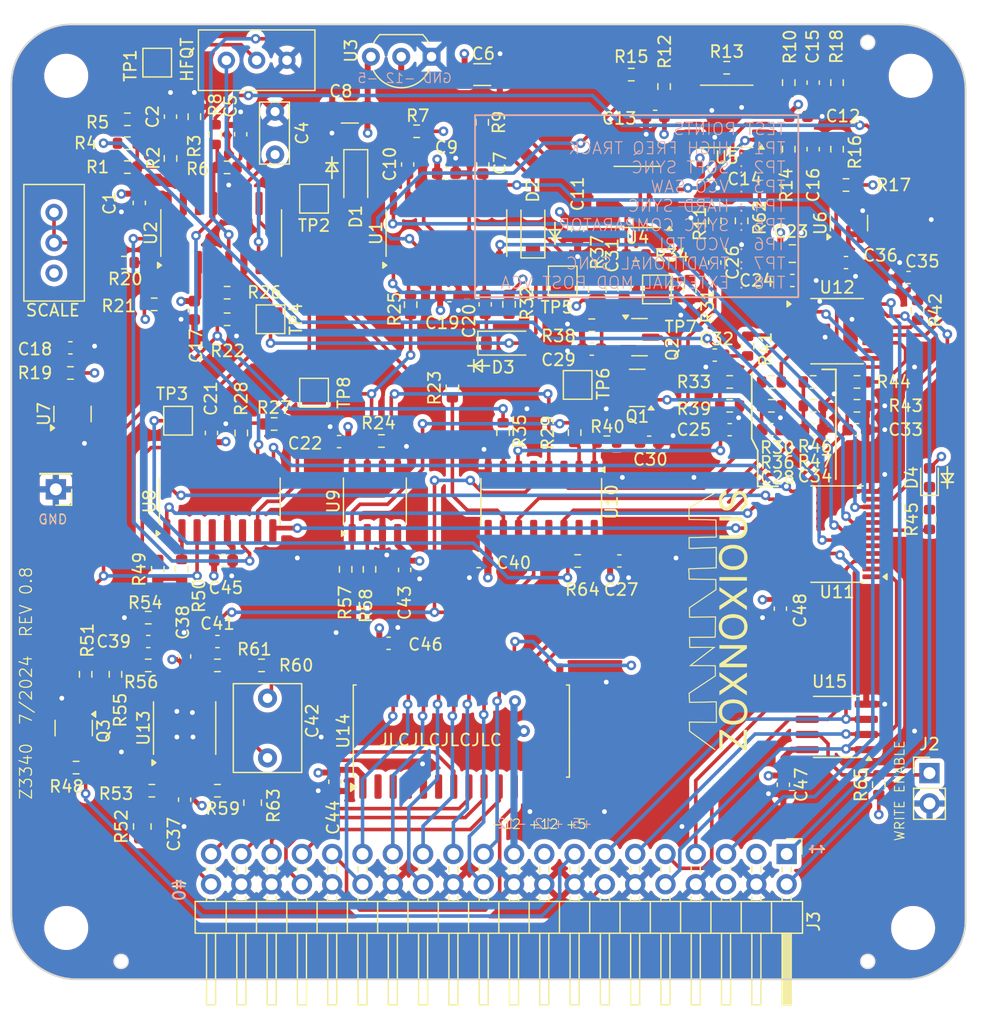
<source format=kicad_pcb>
(kicad_pcb (version 20221018) (generator pcbnew)
  (title_block (title "Z3340 VCO") (date "2024-06-20") (rev "0.7") (company "Zoxnoxious Engineering"))
  (layers (0 "F.Cu" signal) (1 "In1.Cu" power) (2 "In2.Cu" mixed) (31 "B.Cu" signal) (34 "B.Paste" user) (35 "F.Paste" user) (36 "B.SilkS" user "B.Silkscreen") (37 "F.SilkS" user "F.Silkscreen") (38 "B.Mask" user) (39 "F.Mask" user) (44 "Edge.Cuts" user))
  (net 0 "")
  (net 1 "GND")
  (net 2 "-12V")
  (net 3 "-5V")
  (net 4 "+12V")
  (net 5 "/vco3340/VREF_5")
  (net 6 "/vco3340/COMP_OUT")
  (net 7 "+5V")
  (net 8 "/vco3340/SOFT_SYNC")
  (net 9 "/SDA1")
  (net 10 "/SCL1")
  (net 11 "Net-(C2-Pad1)")
  (net 12 "/vco3340/HARD_SYNC")
  (net 13 "Net-(U5B--)")
  (net 14 "Net-(U2-CAP)")
  (net 15 "/vco3340/SUMMING_INPUT")
  (net 16 "/vco3340/LINEAR_FM")
  (net 17 "Net-(C7-Pad2)")
  (net 18 "/OSC_CV_DAC")
  (net 19 "Net-(D2-A)")
  (net 20 "Net-(C10-Pad2)")
  (net 21 "/DAC/VREF_2.5")
  (net 22 "Net-(D3-K)")
  (net 23 "/GPIO_MODULE_DRIVEN")
  (net 24 "/I2C_ADDR0")
  (net 25 "/I2C_ADDR2")
  (net 26 "/I2C_ADDR1")
  (net 27 "Net-(C5-Pad1)")
  (net 28 "/PWM_DAC")
  (net 29 "/SYNC_LEVEL_DAC")
  (net 30 "/LINEAR_FM_DAC")
  (net 31 "Net-(C20-Pad2)")
  (net 32 "Net-(C26-Pad1)")
  (net 33 "Net-(Q2-S)")
  (net 34 "Net-(D1-K)")
  (net 35 "Net-(U5A--)")
  (net 36 "/DAC/OSC_EXT_VCA_FROM_DAC")
  (net 37 "/DAC/LINEAR_FM_FROM_DAC")
  (net 38 "Net-(C30-Pad1)")
  (net 39 "/MIX2_SAW_CTRL")
  (net 40 "/MIX2_PULSE_CTRL")
  (net 41 "/EXP_FM_EXT_CTRL")
  (net 42 "/LINEAR_FM_EXT_CTRL")
  (net 43 "/EXT_MOD_PW_CTRL")
  (net 44 "/DAC/FREQ_CV_FROM_DAC")
  (net 45 "Net-(Q2-G)")
  (net 46 "/VCO_PULSE")
  (net 47 "/VCO_SAW")
  (net 48 "/VCO_TRI")
  (net 49 "Net-(C39-Pad1)")
  (net 50 "/DAC/PWM_FROM_DAC")
  (net 51 "Net-(U13D--)")
  (net 52 "/EXT_OSC_VCA_AMOUNT_DAC")
  (net 53 "Net-(C41-Pad1)")
  (net 54 "Net-(U10C-Iout)")
  (net 55 "/DAC/TRI_VCA_FROM_DAC")
  (net 56 "/LED_CTRL")
  (net 57 "/TRI_VCA_AMOUNT_DAC")
  (net 58 "/SYNC_POS_CTRL")
  (net 59 "/SYNC_NEG_CTRL")
  (net 60 "Net-(C42-Pad2)")
  (net 61 "Net-(U2-VS)")
  (net 62 "/THIS_OUT2")
  (net 63 "/THIS_OUT1")
  (net 64 "/EXT_MODULATION")
  (net 65 "/CARD6_OUT1")
  (net 66 "/PULSE_VCA_AMOUNT_DAC")
  (net 67 "/CARD5_OUT1")
  (net 68 "/SAW_VCA_AMOUNT_DAC")
  (net 69 "/CARD4_OUT1")
  (net 70 "Net-(Q1-S)")
  (net 71 "/CARD3_OUT1")
  (net 72 "Net-(R5-Pad2)")
  (net 73 "/CARD2_OUT1")
  (net 74 "/CARD1_OUT2")
  (net 75 "/CARD1_OUT1")
  (net 76 "/SPI_CLK")
  (net 77 "Net-(D4-K)")
  (net 78 "/SPI_MOSI")
  (net 79 "/EXT_MOD_SEL_CTRL1")
  (net 80 "/EXT_MOD_SEL_CTRL2")
  (net 81 "/EXT_MOD_SEL_CTRL0")
  (net 82 "/DAC/SYNC_LEVEL_FROM_DAC")
  (net 83 "Net-(J2-Pin_1)")
  (net 86 "/CARD2_OUT2")
  (net 87 "Net-(U4-+)")
  (net 88 "/CARD3_OUT2")
  (net 89 "/CARD4_OUT2")
  (net 90 "/CARD5_OUT2")
  (net 91 "/CARD6_OUT2")
  (net 92 "Net-(R12-Pad1)")
  (net 93 "Net-(U2-SCALE1)")
  (net 94 "/SYNC_HARD_CTRL")
  (net 95 "Net-(R20-Pad2)")
  (net 96 "Net-(Q3-B)")
  (net 97 "Net-(U2-SCALE2)")
  (net 98 "Net-(U10D-Iin)")
  (net 99 "Net-(U10B-Iout)")
  (net 100 "/CARD7_OUT1")
  (net 101 "Net-(R25-Pad1)")
  (net 102 "/SPI_CS0")
  (net 103 "Net-(R27-Pad1)")
  (net 104 "Net-(R28-Pad1)")
  (net 105 "Net-(U10B-Iin)")
  (net 106 "/EXT_MOD_SCALED")
  (net 107 "/DAC/PULSE_VCA_FROM_DAC")
  (net 108 "Net-(U5C--)")
  (net 109 "Net-(U10C-Iin)")
  (net 110 "Net-(U10A-Vref)")
  (net 111 "Net-(R49-Pad1)")
  (net 112 "Net-(R50-Pad1)")
  (net 113 "Net-(R52-Pad1)")
  (net 114 "Net-(U13A--)")
  (net 115 "Net-(U9A--)")
  (net 116 "/DAC/SAW_VCA_FROM_DAC")
  (net 117 "Net-(U14-D)")
  (net 118 "Net-(R59-Pad1)")
  (net 119 "/SYNC_SOFT_CTRL")
  (net 120 "Net-(U13B--)")
  (net 121 "/EXT_MOD_SEL_CTRL3")
  (net 122 "Net-(U10E-Iin)")
  (net 125 "Net-(U5D--)")
  (net 134 "/vco3340/PWM")
  (net 138 "/vco3340/HIGH_FREQ_TRACK")
  (footprint "Capacitor_SMD:C_0603_1608Metric" (layer "F.Cu") (at 146.1 87.6 -90)
    (fp_text reference "C11")
    (fp_text value "0.1u")
  )
  (footprint "Capacitor_SMD:C_0603_1608Metric" (layer "F.Cu") (at 115.4 104.625 90)
    (fp_text reference "C21")
    (fp_text value "0.1u")
  )
  (footprint "Capacitor_SMD:C_0603_1608Metric" (layer "F.Cu") (at 113.15 135.35 -90)
    (fp_text reference "C37")
    (fp_text value "0.1u")
  )
  (footprint "Package_SO:SOIC-16_3.9x9.9mm_P1.27mm" (layer "F.Cu") (at 116.215 87.875 90)
    (fp_text reference "U2")
    (fp_text value "AS3340")
  )
  (footprint "Capacitor_SMD:C_0603_1608Metric" (layer "F.Cu") (at 117.85 79.6 90)
    (fp_text reference "C5")
    (fp_text value "10n")
  )
  (footprint "Capacitor_SMD:C_0603_1608Metric" (layer "F.Cu") (at 109.35 85.35 90)
    (fp_text reference "C1")
    (fp_text value "0.1u")
  )
  (footprint "Capacitor_SMD:C_0603_1608Metric" (layer "F.Cu") (at 111.965 78.125 90)
    (fp_text reference "C2")
    (fp_text value "10n")
  )
  (footprint "Resistor_SMD:R_0603_1608Metric" (layer "F.Cu") (at 116.715 92.875 180)
    (fp_text reference "R26")
    (fp_text value "1M")
  )
  (footprint "Resistor_SMD:R_0603_1608Metric" (layer "F.Cu") (at 128.65 116.05 90)
    (fp_text reference "R58")
    (fp_text value "100k")
  )
  (footprint "Resistor_SMD:R_0603_1608Metric" (layer "F.Cu") (at 116.715 82.375)
    (fp_text reference "R6")
    (fp_text value "470")
  )
  (footprint "Resistor_SMD:R_0603_1608Metric" (layer "F.Cu") (at 108.1 90.35 180)
    (fp_text reference "R20")
    (fp_text value "24k")
  )
  (footprint "Resistor_SMD:R_0603_1608Metric" (layer "F.Cu") (at 110.6 93.85 180)
    (fp_text reference "R21")
    (fp_text value "5k6")
  )
  (footprint "Resistor_SMD:R_0603_1608Metric" (layer "F.Cu") (at 113.965 78.125 90)
    (fp_text reference "R3")
    (fp_text value "1k8")
  )
  (footprint "Resistor_SMD:R_0603_1608Metric" (layer "F.Cu") (at 104.85 124.85 -90)
    (fp_text reference "R51")
    (fp_text value "100k")
  )
  (footprint "Resistor_SMD:R_0603_1608Metric" (layer "F.Cu") (at 111.965 81.625 90)
    (fp_text reference "R2")
    (fp_text value "470")
  )
  (footprint "Potentiometer_THT:Potentiometer_Bourns_3296W_Vertical" (layer "F.Cu") (at 102.2 86.15 90)
    (fp_text reference "RV1" hide)
    (fp_text value "10K")
  )
  (footprint "Potentiometer_THT:Potentiometer_Bourns_3296W_Vertical" (layer "F.Cu") (at 116.65 73.4 180)
    (fp_text reference "RV2" hide)
    (fp_text value "20k")
  )
  (footprint "Resistor_SMD:R_0603_1608Metric" (layer "F.Cu") (at 132.6 79.35)
    (fp_text reference "R7")
    (fp_text value "10k")
  )
  (footprint "Resistor_SMD:R_0603_1608Metric" (layer "F.Cu") (at 155.5 92.6 90)
    (fp_text reference "R31")
    (fp_text value "10k")
  )
  (footprint "Resistor_SMD:R_0603_1608Metric" (layer "F.Cu") (at 147.2875 95.6)
    (fp_text reference "R38")
    (fp_text value "100")
  )
  (footprint "Capacitor_SMD:C_0603_1608Metric" (layer "F.Cu") (at 138.15 82.125 -90)
    (fp_text reference "C7")
    (fp_text value "10n")
  )
  (footprint "Capacitor_SMD:C_0603_1608Metric" (layer "F.Cu") (at 149.6 115.35)
    (fp_text reference "C27")
    (fp_text value "0.1u")
  )
  (footprint "Resistor_SMD:R_0603_1608Metric" (layer "F.Cu") (at 132.1 93.875 -90)
    (fp_text reference "R25")
    (fp_text value "82k")
  )
  (footprint "Capacitor_SMD:C_0603_1608Metric" (layer "F.Cu") (at 135.1 82.875)
    (fp_text reference "C9")
    (fp_text value "0.1u")
  )
  (footprint "Capacitor_SMD:C_0603_1608Metric" (layer "F.Cu") (at 135.35 93.125 180)
    (fp_text reference "C19")
    (fp_text value "0.1u")
  )
  (footprint "Resistor_SMD:R_0603_1608Metric" (layer "F.Cu") (at 148.55 105.4 180)
    (fp_text reference "R40")
    (fp_text value "100")
  )
  (footprint "Resistor_SMD:R_0603_1608Metric" (layer "F.Cu") (at 160.35 97.35 90)
    (fp_text reference "R41")
    (fp_text value "1k")
  )
  (footprint "Resistor_SMD:R_0603_1608Metric" (layer "F.Cu") (at 174.6 94.35 -90)
    (fp_text reference "R42")
    (fp_text value "5k6")
  )
  (footprint "Resistor_SMD:R_0603_1608Metric" (layer "F.Cu") (at 167.85 80.85 -90)
    (fp_text reference "R16")
    (fp_text value "100k")
  )
  (footprint "Capacitor_SMD:C_0603_1608Metric" (layer "F.Cu") (at 165.85 80.85 -90)
    (fp_text reference "C16")
    (fp_text value "1n")
  )
  (footprint "Capacitor_SMD:C_0603_1608Metric" (layer "F.Cu") (at 150 92.6 90)
    (fp_text reference "C31")
    (fp_text value "220p")
  )
  (footprint "Resistor_SMD:R_0603_1608Metric" (layer "F.Cu") (at 103.575 99.6 180)
    (fp_text reference "R19")
    (fp_text value "33k")
  )
  (footprint "Resistor_SMD:R_0805_2012Metric" (layer "F.Cu") (at 147.75 92.6 -90)
    (fp_text reference "R37")
    (fp_text value "8k2")
  )
  (footprint "Resistor_SMD:R_0603_1608Metric" (layer "F.Cu") (at 159.85 86.85 -90)
    (fp_text reference "R62")
    (fp_text value "100k")
  )
  (footprint "Capacitor_SMD:C_0603_1608Metric" (layer "F.Cu") (at 126.1 105.35 180)
    (fp_text reference "C22")
    (fp_text value "0.1u")
  )
  (footprint "Resistor_SMD:R_0603_1608Metric" (layer "F.Cu") (at 158.6 74.025)
    (fp_text reference "R13")
    (fp_text value "56k")
  )
  (footprint "Resistor_SMD:R_0603_1608Metric" (layer "F.Cu") (at 162.35 100.35)
    (fp_text reference "R30")
    (fp_text value "8k2")
  )
  (footprint "Resistor_SMD:R_0603_1608Metric" (layer "F.Cu") (at 165.85 100.35)
    (fp_text reference "R46")
    (fp_text value "8k2")
  )
  (footprint "Capacitor_SMD:C_0805_2012Metric" (layer "F.Cu") (at 164.1 89.6)
    (fp_text reference "C23")
    (fp_text value "4.7u")
  )
  (footprint "Capacitor_SMD:C_0603_1608Metric" (layer "F.Cu") (at 164.1 91.85)
    (fp_text reference "C24")
    (fp_text value "0.1u")
  )
  (footprint "Capacitor_SMD:C_0603_1608Metric" (layer "F.Cu") (at 163.1 119.35 90)
    (fp_text reference "C48")
    (fp_text value "0.1u")
  )
  (footprint "Resistor_SMD:R_0603_1608Metric" (layer "F.Cu") (at 138.1 78.6 -90)
    (fp_text reference "R9")
    (fp_text value "10k")
  )
  (footprint "Capacitor_SMD:C_0603_1608Metric" (layer "F.Cu") (at 157.1 82.85 180)
    (fp_text reference "C14")
    (fp_text value "0.1u")
  )
  (footprint "Resistor_SMD:R_0603_1608Metric" (layer "F.Cu") (at 153.35 75.6 -90)
    (fp_text reference "R12")
    (fp_text value "56k")
  )
  (footprint "Package_SO:TSSOP-14_4.4x5mm_P0.65mm" (layer "F.Cu") (at 113.15 129.35 90)
    (fp_text reference "U13")
    (fp_text value "TL074")
  )
  (footprint "Resistor_SMD:R_0603_1608Metric" (layer "F.Cu") (at 167.85 75.275 90)
    (fp_text reference "R18")
    (fp_text value "33k")
  )
  (footprint "Resistor_SMD:R_0603_1608Metric" (layer "F.Cu") (at 163.8 75.275 -90)
    (fp_text reference "R10")
    (fp_text value "51k")
  )
  (footprint "Resistor_SMD:R_0603_1608Metric" (layer "F.Cu") (at 165.85 102.35 180)
    (fp_text reference "R47")
    (fp_text value "33k")
  )
  (footprint "MountingHole:MountingHole_3.2mm_M3" (layer "F.Cu") (at 174.225 146.1 180)
    (fp_text reference "H4" hide)
    (fp_text value "MountingHole")
  )
  (footprint "MountingHole:MountingHole_3.2mm_M3" (layer "F.Cu") (at 174.025 74.7 180)
    (fp_text reference "H2" hide)
    (fp_text value "MountingHole")
  )
  (footprint "MountingHole:MountingHole_3.2mm_M3" (layer "F.Cu") (at 103.225 146.1 180)
    (fp_text reference "H3" hide)
    (fp_text value "MountingHole")
  )
  (footprint "MountingHole:MountingHole_3.2mm_M3" (layer "F.Cu") (at 103.225 74.7 180)
    (fp_text reference "H1" hide)
    (fp_text value "MountingHole")
  )
  (footprint "Resistor_SMD:R_0603_1608Metric" (layer "F.Cu") (at 116.715 95.1 180)
    (fp_text reference "R22")
    (fp_text value "150k")
  )
  (footprint "Capacitor_SMD:C_1206_3216Metric" (layer "F.Cu") (at 138.1 74.6 180)
    (fp_text reference "C6")
    (fp_text value "1u")
  )
  (footprint "Package_SO:TSSOP-24_4.4x7.8mm_P0.65mm" (layer "F.Cu") (at 167.85 113.1 180)
    (fp_text reference "U11")
    (fp_text value "PCA9555D")
  )
  (footprint "Package_SO:TSSOP-16_4.4x5mm_P0.65mm" (layer "F.Cu") (at 167.85 96.1)
    (fp_text reference "U12")
    (fp_text value "AD5328")
  )
  (footprint "Resistor_SMD:R_0603_1608Metric" (layer "F.Cu") (at 162.35 102.35 180)
    (fp_text reference "R36")
    (fp_text value "33k")
  )
  (footprint "Resistor_SMD:R_0603_1608Metric" (layer "F.Cu") (at 108.35 78.35 180)
    (fp_text reference "R5")
    (fp_text value "1M")
  )
  (footprint "Resistor_SMD:R_0603_1608Metric" (layer "F.Cu") (at 135.6 100.85 -90)
    (fp_text reference "R23")
    (fp_text value "47k")
  )
  (footprint "Resistor_SMD:R_0603_1608Metric" (layer "F.Cu") (at 146.1 115.35)
    (fp_text reference "R64")
    (fp_text value "100k")
  )
  (footprint "Resistor_SMD:R_0603_1608Metric" (layer "F.Cu") (at 129.65 105.3 180)
    (fp_text reference "R24")
    (fp_text value "47k")
  )
  (footprint "Resistor_SMD:R_0603_1608Metric" (layer "F.Cu") (at 139.85 104.6 -90)
    (fp_text reference "R35")
    (fp_text value "100k")
  )
  (footprint "Resistor_SMD:R_0603_1608Metric" (layer "F.Cu") (at 158.85 100.35)
    (fp_text reference "R33")
    (fp_text value "8k2")
  )
  (footprint "Resistor_SMD:R_0603_1608Metric" (layer "F.Cu") (at 112.9 116.05 -90)
    (fp_text reference "R50")
    (fp_text value "150k")
  )
  (footprint "Package_SO:SOIC-16_3.9x9.9mm_P1.27mm" (layer "F.Cu") (at 135.1 87.875 90)
    (fp_text reference "U1")
    (fp_text value "DG442CY+")
  )
  (footprint "Resistor_SMD:R_0603_1608Metric" (layer "F.Cu") (at 110.9 116.05 -90)
    (fp_text reference "R49")
    (fp_text value "100k")
  )
  (footprint "Package_TO_SOT_SMD:SOT-23" (layer "F.Cu") (at 168.85 87.0375 90)
    (fp_text reference "U6")
    (fp_text value "LM4040AIM3-2.5")
  )
  (footprint "Resistor_SMD:R_0603_1608Metric" (layer "F.Cu") (at 145.85 104.6 -90)
    (fp_text reference "R29")
    (fp_text value "47k")
  )
  (footprint "project_footprints:zoxnoxious_small" (layer "F.Cu") (at 157.85 120.35 90)
    (fp_text reference "G***" hide)
    (fp_text value "LOGO" hide)
  )
  (footprint "Capacitor_THT:Nichicon QYX2A102KTP" (layer "F.Cu") (at 118.1925 78.76 90)
    (fp_text reference "C4")
    (fp_text value "1000p")
  )
  (footprint "Capacitor_SMD:C_1206_3216Metric" (layer "F.Cu") (at 127 77.75)
    (fp_text reference "C8")
    (fp_text value "1u")
  )
  (footprint "Resistor_SMD:R_0603_1608Metric" (layer "F.Cu") (at 175.6 111.875 -90)
    (fp_text reference "R45")
    (fp_text value "2k")
  )
  (footprint "LED_SMD:LED_0603_1608Metric" (layer "F.Cu") (at 175.6 108.375 90)
    (fp_text reference "D4")
    (fp_text value "LED")
  )
  (footprint "Diode_SMD:D_SOD-123" (layer "F.Cu") (at 142.35 87.6 90)
    (fp_text reference "D2")
    (fp_text value "1N4148W")
  )
  (footprint "Capacitor_SMD:C_0603_1608Metric" (layer "F.Cu") (at 138.35 93.85 90)
    (fp_text reference "C20")
    (fp_text value "10n")
  )
  (footprint "Capacitor_SMD:C_0603_1608Metric" (layer "F.Cu") (at 131.6 116.1 90)
    (fp_text reference "C43")
    (fp_text value "0.1u")
  )
  (footprint "Resistor_SMD:R_0603_1608Metric" (layer "F.Cu") (at 140.35 93.85 90)
    (fp_text reference "R32")
    (fp_text value "10k")
  )
  (footprint "TestPoint:TestPoint_Pad_2.0x2.0mm" (layer "F.Cu") (at 112.6 103.6 180)
    (fp_text reference "TP3")
    (fp_text value "TestPoint")
  )
  (footprint "Resistor_SMD:R_0603_1608Metric" (layer "F.Cu") (at 151 89.7)
    (fp_text reference "R34")
    (fp_text value "1M")
  )
  (footprint "Resistor_SMD:R_0603_1608Metric" (layer "F.Cu") (at 157.6 86.85 -90)
    (fp_text reference "R11")
    (fp_text value "10k")
  )
  (footprint "Capacitor_SMD:C_0603_1608Metric" (layer "F.Cu") (at 113.965 94.35 -90)
    (fp_text reference "C17")
    (fp_text value "0.1u")
  )
  (footprint "TestPoint:TestPoint_Pad_2.0x2.0mm" (layer "F.Cu") (at 124 85)
    (fp_text reference "TP2")
    (fp_text value "TestPoint")
  )
  (footprint "Resistor_SMD:R_0603_1608Metric" (layer "F.Cu") (at 108.35 80.35 180)
    (fp_text reference "R4")
    (fp_text value "30k")
  )
  (footprint "Resistor_SMD:R_0603_1608Metric" (layer "F.Cu") (at 108.35 82.35)
    (fp_text reference "R1")
    (fp_text value "120k")
  )
  (footprint "Resistor_SMD:R_0603_1608Metric" (layer "F.Cu") (at 110.1 120.1 180)
    (fp_text reference "R54")
    (fp_text value "100k")
  )
  (footprint "Package_SO:SOIC-16_3.9x9.9mm_P1.27mm" (layer "F.Cu") (at 116.1 110.35 90)
    (fp_text reference "U8")
    (fp_text value "DG442CY+")
  )
  (footprint "Connector_PinHeader_2.54mm:PinHeader_2x20_P2.54mm_Horizontal" (layer "F.Cu") (at 163.625 139.9 -90)
    (fp_text reference "J3")
    (fp_text value "Conn_02x20_Odd_Even")
  )
  (footprint "Capacitor_SMD:C_0603_1608Metric" (layer "F.Cu") (at 116.4 115.3 180)
    (fp_text reference "C45")
    (fp_text value "0.1u")
  )
  (footprint "Capacitor_SMD:C_0603_1608Metric" (layer "F.Cu") (at 163.35 134.1 90)
    (fp_text reference "C47")
    (fp_text value "0.1u")
  )
  (footprint "Package_SO:SSOP-8_3.9x5.05mm_P1.27mm" (layer "F.Cu") (at 129.1 110.35 90)
    (fp_text reference "U9")
    (fp_text value "TL072")
  )
  (footprint "TestPoint:TestPoint_Pad_2.0x2.0mm" (layer "F.Cu") (at 120.35 95.1)
    (fp_text reference "TP4")
    (fp_text value "TestPoint")
  )
  (footprint "Capacitor_SMD:C_0603_1608Metric" (layer "F.Cu") (at 113.15 123.35 -90)
    (fp_text reference "C38")
    (fp_text value "0.1u")
  )
  (footprint "Resistor_SMD:R_0603_1608Metric" (layer "F.Cu") (at 119.6 124.1 180)
    (fp_text reference "R60")
    (fp_text value "47k")
  )
  (footprint "Resistor_SMD:R_0603_1608Metric" (layer "F.Cu") (at 115.9 134.6 180)
    (fp_text reference "R59")
    (fp_text value "47k")
  )
  (footprint "Resistor_SMD:R_0805_2012Metric" (layer "F.Cu") (at 118.85 135.6 -90)
    (fp_text reference "R63")
    (fp_text value "51")
  )
  (footprint "Resistor_SMD:R_0603_1608Metric" (layer "F.Cu") (at 115.715 79.625 90)
    (fp_text reference "R8")
    (fp_text value "150k")
  )
  (footprint "Package_TO_SOT_THT:TO-92_Inline_Wide" (layer "F.Cu") (at 133.85 73.1 180)
    (fp_text reference "U3")
    (fp_text value "LM79L05")
  )
  (footprint "Capacitor_SMD:C_0603_1608Metric" (layer "F.Cu") (at 157.6 98.1)
    (fp_text reference "C32")
    (fp_text value "0.1u")
  )
  (footprint "Capacitor_SMD:C_0603_1608Metric" (layer "F.Cu") (at 137.8 115.4)
    (fp_text reference "C40")
    (fp_text value "0.1u")
  )
  (footprint "Capacitor_SMD:C_0603_1608Metric" (layer "F.Cu") (at 115.9 122.1 180)
    (fp_text reference "C41")
    (fp_text value "22p")
  )
  (footprint "Capacitor_SMD:C_0603_1608Metric" (layer "F.Cu") (at 110.1 122.1)
    (fp_text reference "C39")
    (fp_text value "22p")
  )
  (footprint "Resistor_SMD:R_0603_1608Metric" (layer "F.Cu") (at 110.1 124.1 180)
    (fp_text reference "R56")
    (fp_text value "47k")
  )
  (footprint "Resistor_SMD:R_0603_1608Metric" (layer "F.Cu") (at 107.35 124.85 90)
    (fp_text reference "R55")
    (fp_text value "47k")
  )
  (footprint "Resistor_SMD:R_0603_1608Metric" (layer "F.Cu") (at 110.4 134.6)
    (fp_text reference "R53")
    (fp_text value "47k")
  )
  (footprint "Resistor_SMD:R_0805_2012Metric" (layer "F.Cu") (at 109.6 137.6 -90)
    (fp_text reference "R52")
    (fp_text value "51")
  )
  (footprint "TestPoint:TestPoint_Pad_2.0x2.0mm" (layer "F.Cu") (at 144.85 91.85 180)
    (fp_text reference "TP5")
    (fp_text value "TestPoint")
  )
  (footprint "Resistor_SMD:R_0603_1608Metric" (layer "F.Cu") (at 120.65 103.875 180)
    (fp_text reference "R27")
    (fp_text value "200k")
  )
  (footprint "Resistor_SMD:R_0603_1608Metric" (layer "F.Cu") (at 115.9 124.1)
    (fp_text reference "R61")
    (fp_text value "47k")
  )
  (footprint "Resistor_SMD:R_0603_1608Metric" (layer "F.Cu") (at 117.9 104.625 90)
    (fp_text reference "R28")
    (fp_text value "300k")
  )
  (footprint "Resistor_SMD:R_0603_1608Metric" (layer "F.Cu") (at 150.6 74.6)
    (fp_text reference "R15")
    (fp_text value "10k")
  )
  (footprint "Resistor_SMD:R_0603_1608Metric" (layer "F.Cu") (at 104.05 132.6625)
    (fp_text reference "R48")
    (fp_text value "10k")
  )
  (footprint "Diode_SMD:D_SOD-123" (layer "F.Cu") (at 140.1 97.1)
    (fp_text reference "D3")
    (fp_text value "1N4148W")
  )
  (footprint "Package_SO:SOIC-8_3.9x4.9mm_P1.27mm" (layer "F.Cu") (at 167.825 129.255 180)
    (fp_text reference "U15")
    (fp_text value "M24C02-WMN")
  )
  (footprint "Connector_PinHeader_2.54mm:PinHeader_1x02_P2.54mm_Vertical" (layer "F.Cu") (at 175.6 133.125)
    (fp_text reference "J2")
    (fp_text value "Conn_01x02")
  )
  (footprint "Capacitor_SMD:C_0603_1608Metric" (layer "F.Cu") (at 130.25 122.25)
    (fp_text reference "C46")
    (fp_text value "0.1u")
  )
  (footprint "Resistor_SMD:R_0603_1608Metric" (layer "F.Cu") (at 163.8 80.85 90)
    (fp_text reference "R14")
    (fp_text value "100k")
  )
  (footprint "Capacitor_SMD:C_0603_1608Metric" (layer "F.Cu") (at 157.6 90.35 -90)
    (fp_text reference "C26")
    (fp_text value "0.1u")
  )
  (footprint "Capacitor_SMD:C_0603_1608Metric" (layer "F.Cu") (at 173.85 91.6)
    (fp_text reference "C35")
    (fp_text value "22n")
  )
  (footprint "Resistor_SMD:R_0603_1608Metric" (layer "F.Cu") (at 168.6 83.85 180)
    (fp_text reference "R17")
    (fp_text value "12k")
  )
  (footprint "Capacitor_SMD:C_0603_1608Metric" (layer "F.Cu") (at 125.75 133.85 -90)
    (fp_text reference "C44")
    (fp_text value "0.1u")
  )
  (footprint "Capacitor_SMD:C_0603_1608Metric" (layer "F.Cu") (at 152.6 78.1)
    (fp_text reference "C13")
    (fp_text value "0.1u")
  )
  (footprint "Capacitor_SMD:C_0603_1608Metric" (layer "F.Cu") (at 162.35 104.35)
    (fp_text reference "C28")
    (fp_text value "22n")
  )
  (footprint "Package_SO:SOIC-28W_7.5x17.9mm_P1.27mm" (layer "F.Cu") (at 136.35 129.6 90)
    (fp_text reference "U14")
    (fp_text value "DG406")
  )
  (footprint "Package_TO_SOT_SMD:SOT-23" (layer "F.Cu") (at 151.2875 96.6)
    (fp_text reference "Q2")
    (fp_text value "2N7002")
  )
  (footprint "TestPoint:TestPoint_Pad_2.0x2.0mm" (layer "F.Cu") (at 146.1 100.6)
    (fp_text reference "TP6")
    (fp_text value "TestPoint")
  )
  (footprint "Package_TO_SOT_SMD:SOT-23" (layer "F.Cu") (at 103.75 103.0375 90)
    (fp_text reference "U7")
    (fp_text value "LM4040B-5")
  )
  (footprint "Package_TO_SOT_SMD:SOT-23" (layer "F.Cu") (at 103.85 129.35 -90)
    (fp_text reference "Q3")
    (fp_text value "MMBT3904")
  )
  (footprint "Resistor_SMD:R_0603_1608Metric" (layer "F.Cu") (at 126.65 116.05 90)
    (fp_text reference "R57")
    (fp_text value "100k")
  )
  (footprint "Capacitor_THT:C_Rect_L7.2mm_W5.5mm_P5.00mm_FKS2_FKP2_MKS2_MKP2" (layer "F.Cu") (at 120.1 131.85 90)
    (fp_text reference "C42")
    (fp_text value "2u2")
  )
  (footprint "Capacitor_SMD:C_0603_1608Metric" (layer "F.Cu") (at 103.575 97.495)
    (fp_text reference "C18")
    (fp_text value "1u")
  )
  (footprint "TestPoint:TestPoint_Pad_2.0x2.0mm" (layer "F.Cu") (at 152.75 92.6)
    (fp_text reference "TP7")
    (fp_text value "TestPoint")
  )
  (footprint "Capacitor_SMD:C_0603_1608Metric" (layer "F.Cu") (at 169.525 104.35)
    (fp_text reference "C33")
    (fp_text value "22n")
  )
  (footprint "Resistor_SMD:R_0603_1608Metric" (layer "F.Cu") (at 169.525 102.35 180)
    (fp_text reference "R43")
    (fp_text value "33k")
  )
  (footprint "Capacitor_SMD:C_0603_1608Metric" (layer "F.Cu") (at 152.1 105.4)
    (fp_text reference "C30")
    (fp_text value "4n7")
  )
  (footprint "Capacitor_SMD:C_0603_1608Metric" (layer "F.Cu") (at 131.85 82.125 -90)
    (fp_text reference "C10")
    (fp_text value "10n")
  )
  (footprint "Capacitor_SMD:C_0603_1608Metric" (layer "F.Cu") (at 165.85 75.275 90)
    (fp_text reference "C15")
    (fp_text value "4n7")
  )
  (footprint "Resistor_SMD:R_0603_1608Metric" (layer "F.Cu") (at 158.85 102.35 180)
    (fp_text reference "R39")
    (fp_text value "33k")
  )
  (footprint "Capacitor_SMD:C_0603_1608Metric" (layer "F.Cu") (at 147.2875 97.6 180)
    (fp_text reference "C29")
    (fp_text value "0.1u")
  )
  (footprint "TestPoint:TestPoint_Pad_2.0x2.0mm" (layer "F.Cu") (at 124 101.25)
    (fp_text reference "TP8")
    (fp_text value "TestPoint")
  )
  (footprint "Resistor_SMD:R_0603_1608Metric" (layer "F.Cu") (at 169.525 100.35)
    (fp_text reference "R44")
    (fp_text value "8k2")
  )
  (footprint "Package_SO:TSSOP-14_4.4x5mm_P0.65mm" (layer "F.Cu") (at 158.6 78.1 180)
    (fp_text reference "U5")
    (fp_text value "TL074")
  )
  (footprint "Diode_SMD:D_SOD-123" (layer "F.Cu") (at 127.5 83.25 -90)
    (fp_text reference "D1")
    (fp_text value "1N4148W")
  )
  (footprint "Capacitor_SMD:C_0603_1608Metric" (layer "F.Cu") (at 165.85 104.35)
    (fp_text reference "C34")
    (fp_text value "22n")
  )
  (footprint "Package_SO:SOIC-16_3.9x9.9mm_P1.27mm" (layer "F.Cu") (at 143.05 110.4 -90)
    (fp_text reference "U10")
    (fp_text value "AS3364")
  )
  (footprint "Resistor_SMD:R_0603_1608Metric" (layer "F.Cu") (at 171.35 134.1 90)
    (fp_text reference "R65")
    (fp_text value "10k")
  )
  (footprint "Connector_PinHeader_2.54mm:PinHeader_1x01_P2.54mm_Vertical" (layer "F.Cu") (at 102.35 109.35 180)
    (fp_text reference "J1" hide)
    (fp_text value "Conn_01x01")
  )
  (footprint "Package_SO:SOIC-8_3.9x4.9mm_P1.27mm" (layer "F.Cu") (at 151.1 84.85 180)
    (fp_text reference "U4")
    (fp_text value "LM311")
  )
  (footprint "Capacitor_SMD:C_0603_1608Metric" (layer "F.Cu") (at 164.6 78.1)
    (fp_text reference "C12")
    (fp_text value "0.1u")
  )
  (footprint "TestPoint:TestPoint_Pad_2.0x2.0mm" (layer "F.Cu") (at 110.85 73.6 180)
    (fp_text reference "TP1")
    (fp_text value "TestPoint")
  )
  (footprint "Capacitor_SMD:C_0603_1608Metric" (layer "F.Cu") (at 158.85 104.35)
    (fp_text reference "C25")
    (fp_text value "22n")
  )
  (footprint "Capacitor_SMD:C_0603_1608Metric" (layer "F.Cu") (at 168.6 90.35)
    (fp_text reference "C36")
    (fp_text value "1u")
  )
  (footprint "Package_TO_SOT_SMD:SOT-23" (layer "F.Cu") (at 151.1 100.85 180)
    (fp_text reference "Q1")
    (fp_text value "2N7002")
  )
  (gr_rect (start 137.5 78) (end 164.6 93.25) (stroke (width 0.15)) (fill none) (layer "B.SilkS"))
  (gr_line (start 177.6 108.05) (end 176.6 108.05) (stroke (width 0.15)) (layer "F.SilkS"))
  (gr_line (start 177.6 108.75) (end 176.6 108.75) (stroke (width 0.15)) (layer "F.SilkS"))
  (gr_line (start 176.6 108.05) (end 177.1 108.75) (stroke (width 0.15)) (layer "F.SilkS"))
  (gr_line (start 177.1 108.75) (end 177.6 108.05) (stroke (width 0.15)) (layer "F.SilkS"))
  (gr_line (start 177.1 109.25) (end 177.1 107.45) (stroke (width 0.15)) (layer "F.SilkS"))
  (gr_line (start 167.75 99.3) (end 166.6 99.3) (stroke (width 0.15)) (layer "F.SilkS"))
  (gr_line (start 125.5 82) (end 125 82.7) (stroke (width 0.15)) (layer "F.SilkS"))
  (gr_line (start 126 82.7) (end 125.5 82) (stroke (width 0.15)) (layer "F.SilkS"))
  (gr_line (start 144.2 88.8) (end 144.2 87) (stroke (width 0.15)) (layer "F.SilkS"))
  (gr_line (start 137.4 99.5) (end 137.4 98.5) (stroke (width 0.15)) (layer "F.SilkS"))
  (gr_line (start 125 82.7) (end 126 82.7) (stroke (width 0.15)) (layer "F.SilkS"))
  (gr_line (start 162.9 109.1) (end 161.2 109.1) (stroke (width 0.15)) (layer "F.SilkS"))
  (gr_line (start 136.9 99) (end 138.7 99) (stroke (width 0.15)) (layer "F.SilkS"))
  (gr_line (start 125.5 81.5) (end 125.5 83.3) (stroke (width 0.15)) (layer "F.SilkS"))
  (gr_line (start 160.7 105.1) (end 160.7 99.6) (stroke (width 0.15)) (layer "F.SilkS"))
  (gr_line (start 138.1 98.5) (end 137.4 99) (stroke (width 0.15)) (layer "F.SilkS"))
  (gr_line (start 161.2 106.1) (end 160.7 105.1) (stroke (width 0.15)) (layer "F.SilkS"))
  (gr_line (start 138.1 99.5) (end 138.1 98.5) (stroke (width 0.15)) (layer "F.SilkS"))
  (gr_line (start 144.7 88.3) (end 143.7 88.3) (stroke (width 0.15)) (layer "F.SilkS"))
  (gr_line (start 144.7 87.6) (end 143.7 87.6) (stroke (width 0.15)) (layer "F.SilkS"))
  (gr_line (start 144.2 88.3) (end 144.7 87.6) (stroke (width 0.15)) (layer "F.SilkS"))
  (gr_line (start 167.75 108.5) (end 167.75 99.3) (stroke (width 0.15)) (layer "F.SilkS"))
  (gr_line (start 125 82) (end 126 82) (stroke (width 0.15)) (layer "F.SilkS"))
  (gr_line (start 161.2 109.1) (end 161.2 106.1) (stroke (width 0.15)) (layer "F.SilkS"))
  (gr_line (start 137.4 99) (end 138.1 99.5) (stroke (width 0.15)) (layer "F.SilkS"))
  (gr_line (start 143.7 87.6) (end 144.2 88.3) (stroke (width 0.15)) (layer "F.SilkS"))
  (gr_arc (start 104.125 150.4) (mid 100.235913 148.789087) (end 98.625 144.9) (stroke (width 0.15)) (layer "Edge.Cuts"))
  (gr_arc (start 178.625 145.4) (mid 177.160534 148.935534) (end 173.625 150.4) (stroke (width 0.15)) (layer "Edge.Cuts"))
  (gr_line (start 173.625 150.4) (end 104.125 150.4) (stroke (width 0.15)) (layer "Edge.Cuts"))
  (gr_arc (start 98.625 75.4) (mid 100.089466 71.864466) (end 103.625 70.4) (stroke (width 0.15)) (layer "Edge.Cuts"))
  (gr_arc (start 173.125 70.4) (mid 177.014087 72.010913) (end 178.625 75.9) (stroke (width 0.15)) (layer "Edge.Cuts"))
  (gr_line (start 103.625 70.4) (end 173.125 70.4) (stroke (width 0.15)) (layer "Edge.Cuts"))
  (gr_line (start 178.625 145.4) (end 178.625 75.9) (stroke (width 0.15)) (layer "Edge.Cuts"))
  (gr_line (start 98.625 75.4) (end 98.625 144.9) (stroke (width 0.15)) (layer "Edge.Cuts"))
  (gr_circle (center 107.825 148.9) (end 107.249 148.9) (stroke (width 0.05)) (fill none) (layer "Edge.Cuts"))
  (gr_circle (center 170.425 71.9) (end 169.849 71.9) (stroke (width 0.05)) (fill none) (layer "Edge.Cuts"))
  (gr_circle (center 170.425 148.9) (end 169.849 148.9) (stroke (width 0.05)) (fill none) (layer "Edge.Cuts"))
  (gr_text "+5 +12 -12" (at 143.35 137.35) (layer "B.SilkS") (effects (font (size 0.8 0.8) (thickness 0.09)) (justify mirror)))
  (gr_text "GND" (at 102.1 111.9) (layer "B.SilkS") (effects (font (size 0.8 0.8) (thickness 0.09)) (justify mirror)))
  (gr_text "TEST POINTS\nTP1 : HIGH FREQ TRACK\nTP2 : SOFT SYNC\nTP3 : VCO SAW\nTP4 : HARD SYNC\nTP5 : SYNC COMPARATOR\nTP6 : VCO TRI\nTP7 : TRADITIONAL SYNC\nTP8 : EXTERNAL MOD POST VCA" (at 163.6 85.6) (layer "B.SilkS") (effects (font (size 1 1) (thickness 0.09)) (justify left mirror)))
  (gr_text "1" (at 166.1 139.5 90) (layer "B.SilkS") (effects (font (size 1 1)) (justify mirror)))
  (gr_text "GND -12 -5" (at 131.6 74.9) (layer "B.SilkS") (effects (font (size 0.8 0.8) (thickness 0.09)) (justify mirror)))
  (gr_text "40" (at 112.7 142.9 90) (layer "B.SilkS") (effects (font (size 1 1)) (justify mirror)))
  (gr_text "-12 +12 +5" (at 142.85 137.4) (layer "F.SilkS") (effects (font (size 0.8 0.8) (thickness 0.09))))
  (gr_text "SCALE" (at 102.1 94.35) (layer "F.SilkS") (effects (font (size 1 1))))
  (gr_text "Z3340  7/2024  REV 0.8" (at 99.85 125.6 90) (layer "F.SilkS") (effects (font (size 1 1) (thickness 0.1))))
  (gr_text "40" (at 112.625 142.9 -90) (layer "F.SilkS") (effects (font (size 1 1))))
  (gr_text "WRITE ENABLE" (at 173.1 134.6 90) (layer "F.SilkS") (effects (font (size 0.8 0.8) (thickness 0.09))))
  (gr_text "HFQT" (at 113.35 73.35 90) (layer "F.SilkS") (effects (font (size 1 1))))
  (gr_text "1" (at 166.225 139.5 -90) (layer "F.SilkS") (effects (font (size 1 1))))
  (gr_text "GND" (at 102.1 111.85) (layer "F.SilkS") (effects (font (size 0.8 0.8) (thickness 0.09))))
  (gr_text "JLCJLCJLCJLC" (at 134.6 130.35) (layer "F.SilkS") (effects (font (size 1 1))))
  (segment (start 155.7375 78.75) (end 156.5 78.75) (width 0.3) (layer "F.Cu") (net 1))
  (segment (start 113.15 121.4) (end 113.1 121.35) (width 0.5) (layer "F.Cu") (net 1))
  (segment (start 165.375 78.1) (end 166.6 78.1) (width 0.4) (layer "F.Cu") (net 1))
  (segment (start 170.7125 109.525) (end 171.3 109.525) (width 0.4) (layer "F.Cu") (net 1))
  (segment (start 166.625 104.825) (end 165.6 105.85) (width 0.3) (layer "F.Cu") (net 1))
  (segment (start 166.4 93.6) (end 166.175 93.825) (width 0.4) (layer "F.Cu") (net 1))
  (segment (start 105.455 97.495) (end 105.6 97.35) (width 0.3) (layer "F.Cu") (net 1))
  (segment (start 129.735 113.025) (end 129.735 114.485) (width 0.3) (layer "F.Cu") (net 1))
  (segment (start 163.125 103.375) (end 163.1 103.35) (width 0.3) (layer "F.Cu") (net 1))
  (segment (start 164.875 91.85) (end 166.1 91.85) (width 0.4) (layer "F.Cu") (net 1))
  (segment (start 139.575 72.875) (end 139.6 72.85) (width 0.6) (layer "F.Cu") (net 1))
  (segment (start 131.6 116.875) (end 132.825 116.875) (width 0.5) (layer "F.Cu") (net 1))
  (segment (start 161.4625 77.45) (end 159.95 77.45) (width 0.3) (layer "F.Cu") (net 1))
  (segment (start 125.75 134.625) (end 124.375 134.625) (width 0.5) (layer "F.Cu") (net 1))
  (segment (start 171.85 108.975) (end 171.85 108.1) (width 0.4) (layer "F.Cu") (net 1))
  (segment (start 124.375 134.625) (end 124.35 134.6) (width 0.5) (layer "F.Cu") (net 1))
  (segment (start 117.5 96.5) (end 117.54 96.46) (width 0.3) (layer "F.Cu") (net 1))
  (segment (start 137.025 116.75) (end 137.025 115.4) (width 0.6) (layer "F.Cu") (net 1))
  (segment (start 157.2 77.45) (end 157.35 77.6) (width 0.3) (layer "F.Cu") (net 1))
  (segment (start 159.95 77.45) (end 159.85 77.35) (width 0.3) (layer "F.Cu") (net 1))
  (segment (start 107.875 86.125) (end 107.85 86.1) (width 0.5) (layer "F.Cu") (net 1))
  (segment (start 163.125 104.35) (end 163.125 103.375) (width 0.3) (layer "F.Cu") (net 1))
  (segment (start 135.735 91.985) (end 136.125 92.375) (width 0.5) (layer "F.Cu") (net 1))
  (segment (start 109.35 86.125) (end 107.875 86.125) (width 0.5) (layer "F.Cu") (net 1))
  (segment (start 159.85 87.675) (end 159.85 88.85) (width 0.3) (layer "F.Cu") (net 1))
  (segment (start 166.625 104.35) (end 166.625 104.825) (width 0.3) (layer "F.Cu") (net 1))
  (segment (start 142.065 136.315) (end 142.1 136.35) (width 0.4) (layer "F.Cu") (net 1))
  (segment (start 138.25 106) (end 138.605 106.355) (width 0.5) (layer "F.Cu") (net 1))
  (segment (start 157.85 84.1) (end 157.875 84.075) (width 0.5) (layer "F.Cu") (net 1))
  (segment (start 166.625 102.4) (end 166.675 102.35) (width 0.3) (layer "F.Cu") (net 1))
  (segment (start 113.15 136.125) (end 113.15 137.55) (width 0.4) (layer "F.Cu") (net 1))
  (segment (start 163.175 103.275) (end 163.1 103.35) (width 0.3) (layer "F.Cu") (net 1))
  (segment (start 111.965 76.1) (end 111.965 77.35) (width 0.3) (layer "F.Cu") (net 1))
  (segment (start 117.175 116.525) (end 117.1 116.6) (width 0.5) (layer "F.Cu") (net 1))
  (segment (start 173.075 91.6) (end 173.075 90.375) (width 0.4) (layer "F.Cu") (net 1))
  (segment (start 135.875 81.6) (end 135.875 82.875) (width 0.5) (layer "F.Cu") (net 1))
  (segment (start 131.7 105.75) (end 131.005 106.445) (width 0.3) (layer "F.Cu") (net 1))
  (segment (start 170.35 102.35) (end 171.85 102.35) (width 0.3) (layer "F.Cu") (net 1))
  (segment (start 170.7125 95.125) (end 169.125 95.125) (width 0.4) (layer "F.Cu") (net 1))
  (segment (start 113.15 137.55) (end 113.1 137.6) (width 0.4) (layer "F.Cu") (net 1))
  (segment (start 155.5 93.425) (end 155.5 94) (width 0.3) (layer "F.Cu") (net 1))
  (segment (start 102.9 126.9) (end 102.9 128.4125) (width 0.3) (layer "F.Cu") (net 1))
  (segment (start 159.625 104.35) (end 159.625 103.375) (width 0.3) (layer "F.Cu") (net 1))
  (segment (start 136.125 92.375) (end 136.125 93.125) (width 0.5) (layer "F.Cu") (net 1))
  (segment (start 146.5125 97.6) (end 145.4 97.6) (width 0.3) (layer "F.Cu") (net 1))
  (segment (start 156.825 98.1) (end 156.825 99.075) (width 0.3) (layer "F.Cu") (net 1))
  (segment (start 170.3 104.35) (end 171.85 104.35) (width 0.3) (layer "F.Cu") (net 1))
  (segment (start 131.025 120.925) (end 131.025 122.25) (width 0.5) (layer "F.Cu") (net 1))
  (segment (start 157.875 84.075) (end 157.875 82.85) (width 0.5) (layer "F.Cu") (net 1))
  (segment (start 132.825 116.875) (end 132.85 116.85) (width 0.5) (layer "F.Cu") (net 1))
  (segment (start 102.85 126.85) (end 102.9 126.9) (width 0.3) (layer "F.Cu") (net 1))
  (segment (start 169.8 86.2) (end 169.8 87.975) (width 0.3) (layer "F.Cu") (net 1))
  (segment (start 136.125 93.125) (end 136.125 94.325) (width 0.5) (layer "F.Cu") (net 1))
  (segment (start 173.075 90.375) (end 173.1 90.35) (width 0.4) (layer "F.Cu") (net 1))
  (segment (start 125.325 104.125) (end 125.35 104.1) (width 0.5) (layer "F.Cu") (net 1))
  (segment (start 136.125 94.325) (end 136.1 94.35) (width 0.5) (layer "F.Cu") (net 1))
  (segment (start 169.125 95.125) (end 169.1 95.1) (width 0.4) (layer "F.Cu") (net 1))
  (segment (start 113.965 76.1) (end 113.965 77.3) (width 0.3) (layer "F.Cu") (net 1))
  (segment (start 104.7 103.975) (end 104.7 105.45) (width 0.3) (layer "F.Cu") (net 1))
  (segment (start 104.7 105.45) (end 104.75 105.5) (width 0.3) (layer "F.Cu") (net 1))
  (segment (start 117.54 96.46) (end 117.54 95.1) (width 0.3) (layer "F.Cu") (net 1))
  (segment (start 125.525 79.475) (end 125.525 77.75) (width 0.5) (layer "F.Cu") (net 1))
  (segment (start 115.4 103.85) (end 116.6 103.85) (width 0.5) (layer "F.Cu") (net 1))
  (segment (start 146.4625 95.6) (end 145.35 95.6) (width 0.3) (layer "F.Cu") (net 1))
  (segment (start 116.735 112.825) (end 116.735 113.735) (width 0.5) (layer "F.Cu") (net 1))
  (segment (start 138.605 106.355) (end 138.605 107.925) (width 0.5) (layer "F.Cu") (net 1))
  (segment (start 170 86) (end 169.8 86.2) (width 0.3) (layer "F.Cu") (net 1))
  (segment (start 113.15 122.575) (end 113.15 121.4) (width 0.4) (layer "F.Cu") (net 1))
  (segment (start 117.175 115.3) (end 117.175 116.525) (width 0.5) (layer "F.Cu") (net 1))
  (segment (start 139.575 74.6) (end 139.575 72.875) (width 0.6) (layer "F.Cu") (net 1))
  (segment (start 116.735 113.735) (end 117.175 114.175) (width 0.5) (layer "F.Cu") (net 1))
  (segment (start 171.85 127.35) (end 170.3 127.35) (width 0.5) (layer "F.Cu") (net 1))
  (segment (start 166.675 102.275) (end 166.675 102.35) (width 0.3) (layer "F.Cu") (net 1))
  (segment (start 129.735 114.485) (end 130.1 114.85) (width 0.3) (layer "F.Cu") (net 1))
  (segment (start 145.4 97.6) (end 145.25 97.75) (width 0.3) (layer "F.Cu") (net 1))
  (segment (start 113.965 95.125) (end 112.875 95.125) (width 0.6) (layer "F.Cu") (net 1))
  (segment (start 169.375 91.475) (end 169.4 91.5) (width 0.3) (layer "F.Cu") (net 1))
  (segment (start 159.6 102.425) (end 159.675 102.35) (width 0.3) (layer "F.Cu") (net 1))
  (segment (start 154.1 104.85) (end 153.425 104.85) (width 0.3) (layer "F.Cu") (net 1))
  (segment (start 142.065 134.25) (end 142.065 136.315) (width 0.4) (layer "F.Cu") (net 1))
  (segment (start 113.8 130.15) (end 113.85 130.1) (width 0.3) (layer "F.Cu") (net 1))
  (segment (start 131.75 105.75) (end 131.7 105.75) (width 0.3) (layer "F.Cu") (net 1))
  (segment (start 113.8 132.2125) (end 113.8 130.15) (width 0.3) (layer "F.Cu") (net 1))
  (segment (start 155.5 94) (end 154.75 94.75) (width 0.3) (layer "F.Cu") (net 1))
  (segment (start 117.175 114.175) (end 117.175 115.3) (width 0.5) (layer "F.Cu") (net 1))
  (segment (start 135.735 90.35) (end 135.735 91.985) (width 0.5) (layer "F.Cu") (net 1))
  (segment (start 113.8 128.05) (end 113.8 126.4875) (width 0.3) (layer "F.Cu") (net 1))
  (segment (start 146.1 89.85) (end 146.1 88.375) (width 0.6) (layer "F.Cu") (net 1))
  (segment (start 171.3 109.525) (end 171.85 108.975) (width 0.4) (layer "F.Cu") (net 1))
  (segment (start 112.5 127.95) (end 112.5 126.4875) (width 0.3) (layer "F.Cu") (net 1))
  (segment (start 156.5 78.75) (end 157.6 79.85) (width 0.3) (layer "F.Cu") (net 1))
  (segment (start 145.35 95.6) (end 145.25 95.5) (width 0.3) (layer "F.Cu") (net 1))
  (segment (start 156.825 99.075) (end 156.85 99.1) (width 0.3) (layer "F.Cu") (net 1))
  (segment (start 163.35 134.875) (end 162.125 134.875) (width 0.5) (layer "F.Cu") (net 1))
  (segment (start 131.005 106.445) (end 131.005 107.675) (width 0.3) (layer "F.Cu") (net 1))
  (segment (start 104.35 97.495) (end 105.455 97.495) (width 0.3) (layer "F.Cu") (net 1))
  (segment (start 151.825 78.1) (end 151.825 79.575) (width 0.5) (layer "F.Cu") (net 1))
  (segment (start 159.625 103.375) (end 159.6 103.35) (width 0.3) (layer "F.Cu") (net 1))
  (segment (start 161.625 120.125) (end 161.6 120.1) (width 0.4) (layer "F.Cu") (net 1))
  (segment (start 151.825 79.575) (end 151.85 79.6) (width 0.4) (layer "F.Cu") (net 1))
  (segment (start 112.5 130.1) (end 112.5 132.2125) (width 0.3) (layer "F.Cu") (net 1))
  (segment (start 125.5 79.5) (end 125.525 79.475) (width 0.5) (layer "F.Cu") (net 1))
  (segment (start 117.85 77.725662) (end 117.85 78.825) (width 0.3) (layer "F.Cu") (net 1))
  (segment (start 165.05 88.05) (end 164.85 87.85) (width 0.4) (layer "F.Cu") (net 1))
  (segment (start 165.05 89.6) (end 165.05 88.05) (width 0.4) (layer "F.Cu") (net 1))
  (segment (start 163.1 120.125) (end 161.625 120.125) (width 0.4) (layer "F.Cu") (net 1))
  (segment (start 166.175 93.825) (end 164.9875 93.825) (width 0.4) (layer "F.Cu") (net 1))
  (segment (start 150.375 116.75) (end 150.375 115.35) (width 0.5) (layer "F.Cu") (net 1))
  (segment (start 163.175 102.35) (end 163.175 103.275) (width 0.3) (layer "F.Cu") (net 1))
  (segment (start 116.85 85.4) (end 116.85 83.85) (width 0.3) (layer "F.Cu") (net 1))
  (segment (start 169.375 90.35) (end 169.375 91.475) (width 0.3) (layer "F.Cu") (net 1))
  (segment (start 162.125 134.875) (end 162.1 134.85) (width 0.5) (layer "F.Cu") (net 1))
  (segment (start 109.275 120.1) (end 108.1 120.1) (width 0.3) (layer "F.Cu") (net 1))
  (segment (start 159.6 103.35) (end 159.6 102.425) (width 0.3) (layer "F.Cu") (net 1))
  (segment (start 153.425 104.85) (end 152.875 105.4) (width 0.3) (layer "F.Cu") (net 1))
  (segment (start 155.7375 77.45) (end 157.2 77.45) (width 0.3) (layer "F.Cu") (net 1))
  (segment (start 125.325 105.35) (end 125.325 104.125) (width 0.5) (layer "F.Cu") (net 1))
  (segment (start 112.875 95.125) (end 112.85 95.1) (width 0.6) (layer "F.Cu") (net 1))
  (segment (start 167.6 101.35) (end 166.675 102.275) (width 0.3) (layer "F.Cu") (net 1))
  (via (at 163.1 103.35) (size 0.8) (drill 0.4) (layers "F.Cu" "B.Cu") (net 1))
  (via (at 117.5 96.5) (size 0.8) (drill 0.4) (layers "F.Cu" "B.Cu") (net 1))
  (via (at 133.1 132.35) (size 0.8) (drill 0.4) (layers "F.Cu" "B.Cu") (net 1))
  (via (at 146.1 89.85) (size 0.8) (drill 0.4) (layers "F.Cu" "B.Cu") (net 1))
  (via (at 148.5 102.6) (size 0.8) (drill 0.4) (layers "F.Cu" "B.Cu") (net 1))
  (via (at 145.25 95.5) (size 0.8) (drill 0.4) (layers "F.Cu" "B.Cu") (net 1))
  (via (at 113.85 130.1) (size 0.8) (drill 0.4) (layers "F.Cu" "B.Cu") (net 1))
  (via (at 113.8 128.05) (size 0.8) (drill 0.4) (layers "F.Cu" "B.Cu") (net 1))
  (via (at 131.025 120.925) (size 0.8) (drill 0.4) (layers "F.Cu" "B.Cu") (net 1))
  (via (at 125.5 79.5) (size 0.8) (drill 0.4) (layers "F.Cu" "B.Cu") (net 1))
  (via (at 117.85 77.725662) (size 0.8) (drill 0.4) (layers "F.Cu" "B.Cu") (net 1))
  (via (at 135.875 81.6) (size 0.8) (drill 0.4) (layers "F.Cu" "B.Cu") (net 1))
  (via (at 148.5 125.5) (size 0.8) (drill 0.4) (layers "F.Cu" "B.Cu") (net 1))
  (via (at 154.35 115.1) (size 0.8) (drill 0.4) (layers "F.Cu" "B.Cu") (net 1))
  (via (at 130.1 114.85) (size 0.8) (drill 0.4) (layers "F.Cu" "B.Cu") (net 1))
  (via (at 156.85 99.1) (size 0.8) (drill 0.4) (layers "F.Cu" "B.Cu") (net 1))
  (via (at 157.6 79.85) (size 0.8) (drill 0.4) (layers "F.Cu" "B.Cu") (net 1))
  (via (at 131.75 105.75) (size 0.8) (drill 0.4) (layers "F.Cu" "B.Cu") (net 1))
  (via (at 111.965 76.1) (size 0.8) (drill 0.4) (layers "F.Cu" "B.Cu") (net 1))
  (via (at 108.1 120.1) (size 0.8) (drill 0.4) (layers "F.Cu" "B.Cu") (net 1))
  (via (at 155.6 86.6) (size 0.8) (drill 0.4) (layers "F.Cu" "B.Cu") (net 1))
  (via (at 125.85 121.35) (size 0.8) (drill 0.4) (layers "F.Cu" "B.Cu") (net 1))
  (via (at 161.6 120.1) (size 0.8) (drill 0.4) (layers "F.Cu" "B.Cu") (net 1))
  (via (at 151.85 79.6) (size 0.8) (drill 0.4) (layers "F.Cu" "B.Cu") (net 1))
  (via (at 107.85 86.1) (size 0.8) (drill 0.4) (layers "F.Cu" "B.Cu") (net 1))
  (via (at 145.25 97.75) (size 0.8) (drill 0.4) (layers "F.Cu" "B.Cu") (net 1))
  (via (at 170 86) (size 0.8) (drill 0.4) (layers "F.Cu" "B.Cu") (net 1))
  (via (at 102.85 126.85) (size 0.8) (drill 0.4) (layers "F.Cu" "B.Cu") (net 1))
  (via (at 142.1 136.35) (size 0.8) (drill 0.4) (layers "F.Cu" "B.Cu") (net 1))
  (via (at 155.85 108.35) (size 0.8) (drill 0.4) (layers "F.Cu" "B.Cu") (net 1))
  (via (at 159.85 77.35) (size 0.8) (drill 0.4) (layers "F.Cu" "B.Cu") (net 1))
  (via (at 159.6 103.35) (size 0.8) (drill 0.4) (layers "F.Cu" "B.Cu") (net 1))
  (via (at 165.6 105.85) (size 0.8) (drill 0.4) (layers "F.Cu" "B.Cu") (net 1))
  (via (at 141.85 102.6) (size 0.8) (drill 0.4) (layers "F.Cu" "B.Cu") (net 1))
  (via (at 124.35 134.6) (size 0.8) (drill 0.4) (layers "F.Cu" "B.Cu") (net 1))
  (via (at 138.25 106) (size 0.8) (drill 0.4) (layers "F.Cu" "B.Cu") (net 1))
  (via (at 122.6 115.1) (size 0.8) (drill 0.4) (layers "F.Cu" "B.Cu") (net 1))
  (via (at 173.1 90.35) (size 0.8) (drill 0.4) (layers "F.Cu" "B.Cu") (net 1))
  (via (at 148.35 136.35) (size 0.8) (drill 0.4) (layers "F.Cu" "B.Cu") (net 1))
  (via (at 167.6 101.35) (size 0.8) (drill 0.4) (layers "F.Cu" "B.Cu") (net 1))
  (via (at 157.35 77.6) (size 0.8) (drill 0.4) (layers "F.Cu" "B.Cu") (net 1))
  (via (at 117.1 116.6) (size 0.8) (drill 0.4) (layers "F.Cu" "B.Cu") (net 1))
  (via (at 116.85 83.85) (size 0.8) (drill 0.4) (layers "F.Cu" "B.Cu") (net 1))
  (via (at 175.75 86.75) (size 0.8) (drill 0.4) (layers "F.Cu" "B.Cu") (net 1))
  (via (at 154.1 104.85) (size 0.8) (drill 0.4) (layers "F.Cu" "B.Cu") (net 1))
  (via (at 113.1 137.6) (size 0.8) (drill 0.4) (layers "F.Cu" "B.Cu") (net 1))
  (via (at 171.85 102.35) (size 0.8) (drill 0.4) (layers "F.Cu" "B.Cu") (net 1))
  (via (at 124.6 130.1) (size 0.8) (drill 0.4) (layers "F.Cu" "B.Cu") (net 1))
  (via (at 125.35 104.1) (size 0.8) (drill 0.4) (layers "F.Cu" "B.Cu") (net 1))
  (via (at 139.6 72.85) (size 0.8) (drill 0.4) (layers "F.Cu" "B.Cu") (net 1))
  (via (at 166.4 93.6) (size 0.8) (drill 0.4) (layers "F.Cu" "B.Cu") (net 1))
  (via (at 174.35 129.6) (size 0.8) (drill 0.4) (layers "F.Cu" "B.Cu") (net 1))
  (via (at 107.85 131.35) (size 0.8) (drill 0.4) (layers "F.Cu" "B.Cu") (net 1))
  (via (at 169.1 95.1) (size 0.8) (drill 0.4) (layers "F.Cu" "B.Cu") (net 1))
  (via (at 159.85 88.85) (size 0.8) (drill 0.4) (layers "F.Cu" "B.Cu") (net 1))
  (via (at 169.4 91.5) (size 0.8) (drill 0.4) (layers "F.Cu" "B.Cu") (net 1))
  (via (at 149.85 108.35) (size 0.8) (drill 0.4) (layers "F.Cu" "B.Cu") (net 1))
  (via (at 136.1 94.35) (size 0.8) (drill 0.4) (layers "F.Cu" "B.Cu") (net 1))
  (via (at 116.6 103.85) (size 0.8) (drill 0.4) (layers "F.Cu" "B.Cu") (net 1))
  (via (at 157.85 84.1) (size 0.8) (drill 0.4) (layers "F.Cu" "B.Cu") (net 1))
  (via (at 166.85 96.6) (size 0.8) (drill 0.4) (layers "F.Cu" "B.Cu") (net 1))
  (via (at 112.5 127.95) (size 0.8) (drill 0.4) (layers "F.Cu" "B.Cu") (net 1))
  (via (at 105.6 97.35) (size 0.8) (drill 0.4) (layers "F.Cu" "B.Cu") (net 1))
  (via (at 166.1 91.85) (size 0.8) (drill 0.4) (layers "F.Cu" "B.Cu") (net 1))
  (via (at 174.35 99.1) (size 0.8) (drill 0.4) (layers "F.Cu" "B.Cu") (net 1))
  (via (at 137.025 116.75) (size 0.8) (drill 0.4) (layers "F.Cu" "B.Cu") (net 1))
  (via (at 164.85 87.85) (size 0.8) (drill 0.4) (layers "F.Cu" "B.Cu") (net 1))
  (via (at 112.5 130.1) (size 0.8) (drill 0.4) (layers "F.Cu" "B.Cu") (net 1))
  (via (at 162.1 134.85) (size 0.8) (drill 0.4) (layers "F.Cu" "B.Cu") (net 1))
  (via (at 154.85 137.6) (size 0.8) (drill 0.4) (layers "F.Cu" "B.Cu") (net 1))
  (via (at 166.6 78.1) (size 0.8) (drill 0.4) (layers "F.Cu" "B.Cu") (net 1))
  (via (at 113.965 76.1) (size 0.8) (drill 0.4) (layers "F.Cu" "B.Cu") (net 1))
  (via (at 112.85 95.1) (size 0.8) (drill 0.4) (layers "F.Cu" "B.Cu") (net 1))
  (via (at 132.85 116.85) (size 0.8) (drill 0.4) (layers "F.Cu" "B.Cu") (net 1))
  (via (at 150.375 116.75) (size 0.8) (drill 0.4) (layers "F.Cu" "B.Cu") (net 1))
  (via (at 154.75 94.75) (size 0.8) (drill 0.4) (layers "F.Cu" "B.Cu") (net 1))
  (via (at 171.85 108.1) (size 0.8) (drill 0.4) (layers "F.Cu" "B.Cu") (net 1))
  (via (at 104.75 105.5) (size 0.8) (drill 0.4) (layers "F.Cu" "B.Cu") (net 1))
  (via (at 171.85 104.35) (size 0.8) (drill 0.4) (layers "F.Cu" "B.Cu") (net 1))
  (via (at 171.85 127.35) (size 0.8) (drill 0.4) (layers "F.Cu" "B.Cu") (net 1))
  (via (at 113.1 121.35) (size 0.8) (drill 0.4) (layers "F.Cu" "B.Cu") (net 1))
  (segment (start 115.465 112.825) (end 115.465 115.14) (width 0.5) (layer "F.Cu") (net 2))
  (segment (start 129.365 122.36) (end 129.475 122.25) (width 0.5) (layer "F.Cu") (net 2))
  (segment (start 132.825 115.325) (end 132.85 115.35) (width 0.5) (layer "F.Cu") (net 2))
  (segment (start 156.23 82.945) (end 156.325 82.85) (width 0.5) (layer "F.Cu") (net 2))
  (segment (start 156.35 81.6) (end 156.325 81.625) (width 0.5) (layer "F.Cu") (net 2))
  (segment (start 134.575 93.125) (end 134.575 94.325) (width 0.5) (layer "F.Cu") (net 2))
  (segment (start 153.575 82.945) (end 156.23 82.945) (width 0.5) (layer "F.Cu") (net 2))
  (segment (start 156.325 81.625) (end 156.325 82.85) (width 0.5) (layer "F.Cu") (net 2))
  (segment (start 136.625 74.6) (end 136.625 72.875) (width 0.5) (layer "F.Cu") (net 2))
  (segment (start 131.005 113.025) (end 131.005 114.005) (width 0.5) (layer "F.Cu") (net 2))
  (segment (start 131.6 74.6) (end 136.625 74.6) (width 0.5) (layer "F.Cu") (net 2))
  (segment (start 115.625 115.3) (end 115.625 116.575) (width 0.5) (layer "F.Cu") (net 2))
  (segment (start 134.575 94.325) (end 134.6 94.35) (width 0.5) (layer "F.Cu") (net 2))
  (segment (start 113.125 124.125) (end 113.15 124.125) (width 0.5) (layer "F.Cu") (net 2))
  (segment (start 153.375 78.1) (end 153.375 79.575) (width 0.4) (layer "F.Cu") (net 2))
  (segment (start 136.625 72.875) (end 136.6 72.85) (width 0.5) (layer "F.Cu") (net 2))
  (segment (start 138.575 116.75) (end 138.575 115.4) (width 0.6) (layer "F.Cu") (net 2))
  (segment (start 153.375 79.575) (end 153.35 79.6) (width 0.4) (layer "F.Cu") (net 2))
  (segment (start 131.31 73.1) (end 131.31 74.31) (width 0.5) (layer "F.Cu") (net 2))
  (segment (start 138.605 112.875) (end 138.605 115.37) (width 0.6) (layer "F.Cu") (net 2))
  (segment (start 138.605 115.37) (end 138.575 115.4) (width 0.6) (layer "F.Cu") (net 2))
  (segment (start 134.465 93.015) (end 134.575 93.125) (width 0.5) (layer "F.Cu") (net 2))
  (segment (start 113.15 126.4875) (end 113.15 124.125) (width 0.4) (layer "F.Cu") (net 2))
  (segment (start 131.6 114.6) (end 131.6 115.325) (width 0.5) (layer "F.Cu") (net 2))
  (segment (start 115.625 116.575) (end 115.6 116.6) (width 0.5) (layer "F.Cu") (net 2))
  (segment (start 131.6 115.325) (end 132.825 115.325) (width 0.5) (layer "F.Cu") (net 2))
  (segment (start 112.6 123.6) (end 113.125 124.125) (width 0.4) (layer "F.Cu") (net 2))
  (segment (start 131.005 114.005) (end 131.6 114.6) (width 0.5) (layer "F.Cu") (net 2))
  (segment (start 115.465 115.14) (end 115.625 115.3) (width 0.5) (layer "F.Cu") (net 2))
  (segment (start 129.475 120.975) (end 129.475 122.25) (width 0.5) (layer "F.Cu") (net 2))
  (segment (start 129.365 124.95) (end 129.365 122.36) (width 0.5) (layer "F.Cu") (net 2))
  (segment (start 155.7375 78.1) (end 153.375 78.1) (width 0.4) (layer "F.Cu") (net 2))
  (segment (start 134.465 90.35) (end 134.465 93.015) (width 0.5) (layer "F.Cu") (net 2))
  (segment (start 131.31 74.31) (end 131.6 74.6) (width 0.5) (layer "F.Cu") (net 2))
  (segment (start 112.1 123.6) (end 112.6 123.6) (width 0.4) (layer "F.Cu") (net 2))
  (via (at 138.575 116.75) (size 0.8) (drill 0.4) (layers "F.Cu" "B.Cu") (net 2))
  (via (at 141.6 129.6) (size 1) (drill 0.5) (layers "F.Cu" "B.Cu") (net 2))
  (via (at 156.35 81.6) (size 0.8) (drill 0.4) (layers "F.Cu" "B.Cu") (net 2))
  (via (at 132.85 115.35) (size 0.8) (drill 0.4) (layers "F.Cu" "B.Cu") (net 2))
  (via (at 153.35 79.6) (size 0.8) (drill 0.4) (layers "F.Cu" "B.Cu") (net 2))
  (via (at 136.6 72.85) (size 0.8) (drill 0.4) (layers "F.Cu" "B.Cu") (net 2))
  (via (at 129.475 120.975) (size 0.8) (drill 0.4) (layers "F.Cu" "B.Cu") (net 2))
  (via (at 140.85 127.1) (size 1) (drill 0.5) (layers "F.Cu" "B.Cu") (net 2))
  (via (at 112.1 123.6) (size 0.8) (drill 0.4) (layers "F.Cu" "B.Cu") (net 2))
  (via (at 134.6 94.35) (size 0.8) (drill 0.4) (layers "F.Cu" "B.Cu") (net 2))
  (via (at 115.6 116.6) (size 0.8) (drill 0.4) (layers "F.Cu" "B.Cu") (net 2))
  (segment (start 140.765 139.9) (end 140.765 130.1) (width 0.6) (layer "B.Cu") (net 2))
  (segment (start 141.265 129.6) (end 140.765 129.1) (width 0.6) (layer "B.Cu") (net 2))
  (segment (start 141.6 129.6) (end 140.765 129.6) (width 0.6) (layer "B.Cu") (net 2))
  (segment (start 140.765 130.1) (end 140.765 129.6) (width 0.6) (layer "B.Cu") (net 2))
  (segment (start 140.765 127.185) (end 140.765 129.1) (width 0.6) (layer "B.Cu") (net 2))
  (segment (start 140.85 127.1) (end 140.765 127.185) (width 0.6) (layer "B.Cu") (net 2))
  (segment (start 141.265 129.6) (end 140.765 130.1) (width 0.6) (layer "B.Cu") (net 2))
  (segment (start 141.6 129.6) (end 141.265 129.6) (width 0.6) (layer "B.Cu") (net 2))
  (segment (start 140.765 129.1) (end 140.765 129.6) (width 0.6) (layer "B.Cu") (net 2))
  (segment (start 153.575 86.755) (end 152.255 86.755) (width 0.3) (layer "F.Cu") (net 3))
  (segment (start 152.255 86.755) (end 151.35 85.85) (width 0.3) (layer "F.Cu") (net 3))
  (segment (start 128.77 73.1) (end 128.5 73.37) (width 0.5) (layer "F.Cu") (net 3))
  (segment (start 139.775 77.775) (end 138.1 77.775) (width 0.3) (layer "F.Cu") (net 3))
  (segment (start 128.475 79.475) (end 128.5 79.5) (width 0.5) (layer "F.Cu") (net 3))
  (segment (start 128.5 73.37) (end 128.5 77.725) (width 0.5) (layer "F.Cu") (net 3))
  (segment (start 113.965 93.575) (end 112.875 93.575) (width 0.5) (layer "F.Cu") (net 3))
  (segment (start 114.31 93.23) (end 113.965 93.575) (width 0.5) (layer "F.Cu") (net 3))
  (segment (start 151.35 83.35) (end 149.6 81.6) (width 0.3) (layer "F.Cu") (net 3))
  (segment (start 128.475 77.75) (end 138.075 77.75) (width 0.3) (layer "F.Cu") (net 3))
  (segment (start 109.775 95.025) (end 109.775 93.85) (width 0.3) (layer "F.Cu") (net 3))
  (segment (start 109.85 95.1) (end 109.775 95.025) (width 0.3) (layer "F.Cu") (net 3))
  (segment (start 138.075 77.75) (end 138.1 77.775) (width 0.3) (layer "F.Cu") (net 3))
  (segment (start 143.6 81.6) (end 139.775 77.775) (width 0.3) (layer "F.Cu") (net 3))
  (segment (start 151.35 85.85) (end 151.35 83.35) (width 0.3) (layer "F.Cu") (net 3))
  (segment (start 114.31 90.35) (end 114.31 93.23) (width 0.5) (layer "F.Cu") (net 3))
  (segment (start 112.875 93.575) (end 112.85 93.6) (width 0.5) (layer "F.Cu") (net 3))
  (segment (start 128.475 77.75) (end 128.475 79.475) (width 0.5) (layer "F.Cu") (net 3))
  (segment (start 149.6 81.6) (end 143.6 81.6) (width 0.3) (layer "F.Cu") (net 3))
  (segment (start 128.5 77.725) (end 128.475 77.75) (width 0.5) (layer "F.Cu") (net 3))
  (via (at 112.85 93.6) (size 0.8) (drill 0.4) (layers "F.Cu" "B.Cu") (net 3))
  (via (at 109.85 95.1) (size 0.8) (drill 0.4) (layers "F.Cu" "B.Cu") (net 3))
  (via (at 128.5 79.5) (size 0.8) (drill 0.4) (layers "F.Cu" "B.Cu") (net 3))
  (segment (start 125.75 133.075) (end 124.375 133.075) (width 0.5) (layer "F.Cu") (net 4))
  (segment (start 163.825 77.875) (end 164.6 77.1) (width 0.4) (layer "F.Cu") (net 4))
  (segment (start 114.6 135.85) (end 114.425 135.85) (width 0.4) (layer "F.Cu") (net 4))
  (segment (start 109.35 84.575) (end 111.325 84.575) (width 0.5) (layer "F.Cu") (net 4))
  (segment (start 134.465 83.015) (end 134.325 82.875) (width 0.5) (layer "F.Cu") (net 4))
  (segment (start 126.875 104.125) (end 126.85 104.1) (width 0.5) (layer "F.Cu") (net 4))
  (segment (start 109.35 84.575) (end 107.875 84.575) (width 0.5) (layer "F.Cu") (net 4))
  (segment (start 146.17 86.755) (end 146.1 86.825) (width 0.6) (layer "F.Cu") (net 4))
  (segment (start 134.325 81.7) (end 134.325 82.875) (width 0.5) (layer "F.Cu") (net 4))
  (segment (start 141.5 91.875) (end 140.35 93.025) (width 0.3) (layer "F.Cu") (net 4))
  (segment (start 114.425 135.85) (end 113.15 134.575) (width 0.4) (layer "F.Cu") (net 4))
  (segment (start 128.095 134.25) (end 128.095 133.345) (width 0.5) (layer "F.Cu") (net 4))
  (segment (start 111.325 84.575) (end 111.77 85.02) (width 0.5) (layer "F.Cu") (net 4))
  (segment (start 163.825 78.1) (end 163.825 77.875) (width 0.4) (layer "F.Cu") (net 4))
  (segment (start 134.465 85.4) (end 134.465 83.015) (width 0.5) (layer "F.Cu") (net 4))
  (segment (start 148.625 86.755) (end 146.17 86.755) (width 0.6) (layer "F.Cu") (net 4))
  (segment (start 116.55 105.4) (end 116.6 105.35) (width 0.5) (layer "F.Cu") (net 4))
  (segment (start 141.5 91.75) (end 141.5 91.875) (width 0.3) (layer "F.Cu") (net 4))
  (segment (start 124.375 133.075) (end 124.35 133.1) (width 0.5) (layer "F.Cu") (net 4))
  (segment (start 115.465 107.875) (end 115.465 105.465) (width 0.5) (layer "F.Cu") (net 4))
  (segment (start 113.15 132.2125) (end 113.15 134.575) (width 0.4) (layer "F.Cu") (net 4))
  (segment (start 134.85 79.35) (end 133.425 79.35) (width 0.3) (layer "F.Cu") (net 4))
  (segment (start 107.875 84.575) (end 107.85 84.6) (width 0.5) (layer "F.Cu") (net 4))
  (segment (start 126.875 105.35) (end 126.875 104.125) (width 0.5) (layer "F.Cu") (net 4))
  (segment (start 111.77 85.02) (end 111.77 85.4) (width 0.5) (layer "F.Cu") (net 4))
  (segment (start 146.1 86.825) (end 145.325 86.825) (width 0.6) (layer "F.Cu") (net 4))
  (segment (start 147.75 93.5125) (end 146.4875 93.5125) (width 0.3) (layer "F.Cu") (net 4))
  (segment (start 146.4875 93.5125) (end 146 94) (width 0.3) (layer "F.Cu") (net 4))
  (segment (start 147.495 114.02) (end 148.825 115.35) (width 0.5) (layer "F.Cu") (net 4))
  (segment (start 127.195 105.67) (end 126.875 105.35) (width 0.5) (layer "F.Cu") (net 4))
  (segment (start 115.465 105.465) (end 115.4 105.4) (width 0.5) (layer "F.Cu") (net 4))
  (segment (start 125.975 132.85) (end 125.75 133.075) (width 0.5) (layer "F.Cu") (net 4))
  (segment (start 127.6 132.85) (end 125.975 132.85) (width 0.5) (layer "F.Cu") (net 4))
  (segment (start 115.4 105.4) (end 116.55 105.4) (width 0.5) (layer "F.Cu") (net 4))
  (segment (start 147.495 112.875) (end 147.495 114.02) (width 0.5) (layer "F.Cu") (net 4))
  (segment (start 128.095 133.345) (end 127.6 132.85) (width 0.5) (layer "F.Cu") (net 4))
  (segment (start 104.4 99.6) (end 105.6 99.6) (width 0.3) (layer "F.Cu") (net 4))
  (segment (start 148.825 116.75) (end 148.825 115.35) (width 0.5) (layer "F.Cu") (net 4))
  (segment (start 127.195 107.675) (end 127.195 105.67) (width 0.5) (layer "F.Cu") (net 4))
  (segment (start 161.4625 78.1) (end 163.825 78.1) (width 0.4) (layer "F.Cu") (net 4))
  (segment (start 145.325 86.825) (end 144.6 86.1) (width 0.6) (layer "F.Cu") (net 4))
  (via (at 164.6 77.1) (size 0.8) (drill 0.4) (layers "F.Cu" "B.Cu") (net 4))
  (via (at 116.6 105.35) (size 0.8) (drill 0.4) (layers "F.Cu" "B.Cu") (net 4))
  (via (at 124.35 133.1) (size 0.8) (drill 0.4) (layers "F.Cu" "B.Cu") (net 4))
  (via (at 148.825 116.75) (size 0.8) (drill 0.4) (layers "F.Cu" "B.Cu") (net 4))
  (via (at 146 94) (size 0.8) (drill 0.4) (layers "F.Cu" "B.Cu") (net 4))
  (via (at 105.6 99.6) (size 0.8) (drill 0.4) (layers "F.Cu" "B.Cu") (net 4))
  (via (at 134.325 81.7) (size 0.8) (drill 0.4) (layers "F.Cu" "B.Cu") (net 4))
  (via (at 141.5 91.75) (size 0.8) (drill 0.4) (layers "F.Cu" "B.Cu") (net 4))
  (via (at 107.85 84.6) (size 0.8) (drill 0.4) (layers "F.Cu" "B.Cu") (net 4))
  (via (at 126.85 104.1) (size 0.8) (drill 0.4) (layers "F.Cu" "B.Cu") (net 4))
  (via (at 144.6 86.1) (size 0.8) (drill 0.4) (layers "F.Cu" "B.Cu") (net 4))
  (via (at 134.85 79.35) (size 0.8) (drill 0.4) (layers "F.Cu" "B.Cu") (net 4))
  (via (at 114.6 135.85) (size 0.8) (drill 0.4) (layers "F.Cu" "B.Cu") (net 4))
  (segment (start 102.8 97.495) (end 102.8 94.55) (width 0.3) (layer "F.Cu") (net 5))
  (segment (start 102.8 99.65) (end 102.75 99.6) (width 0.3) (layer "F.Cu") (net 5))
  (segment (start 102.85 82.35) (end 107.525 82.35) (width 0.3) (layer "F.Cu") (net 5))
  (segment (start 102.8 103.975) (end 102.8 99.65) (width 0.3) (layer "F.Cu") (net 5))
  (segment (start 102.8 94.55) (end 100.6 92.35) (width 0.3) (layer "F.Cu") (net 5))
  (segment (start 100.6 92.35) (end 100.6 84.6) (width 0.3) (layer "F.Cu") (net 5))
  (segment (start 102.8 99.55) (end 102.75 99.6) (width 0.3) (layer "F.Cu") (net 5))
  (segment (start 100.6 84.6) (end 102.85 82.35) (width 0.3) (layer "F.Cu") (net 5))
  (segment (start 102.8 97.495) (end 102.8 99.55) (width 0.3) (layer "F.Cu") (net 5))
  (segment (start 137.005 88.1) (end 137.005 87.85) (width 0.3) (layer "F.Cu") (net 6))
  (segment (start 137.255 87.85) (end 137.005 87.6) (width 0.3) (layer "F.Cu") (net 6))
  (segment (start 137.255 87.85) (end 137.005 88.1) (width 0.3) (layer "F.Cu") (net 6))
  (segment (start 144.85 91.85) (end 145.0125 91.6875) (width 0.3) (layer "F.Cu") (net 6))
  (segment (start 150.175 86.060001) (end 150.175 89.7) (width 0.3) (layer "F.Cu") (net 6))
  (segment (start 137.005 90.35) (end 137.005 88.1) (width 0.3) (layer "F.Cu") (net 6))
  (segment (start 150 91.825) (end 150.175 91.65) (width 0.3) (layer "F.Cu") (net 6))
  (segment (start 143.1 87.85) (end 137.35 87.85) (width 0.3) (layer "F.Cu") (net 6))
  (segment (start 144.85 91.85) (end 144.85 89.6) (width 0.3) (layer "F.Cu") (net 6))
  (segment (start 137.005 87.6) (end 137.005 85.4) (width 0.3) (layer "F.Cu") (net 6))
  (segment (start 137.005 87.85) (end 137.005 87.6) (width 0.3) (layer "F.Cu") (net 6))
  (segment (start 136.755 87.85) (end 137.005 87.6) (width 0.3) (layer "F.Cu") (net 6))
  (segment (start 137.35 87.85) (end 137.255 87.85) (width 0.3) (layer "F.Cu") (net 6))
  (segment (start 147.75 91.6875) (end 147.8875 91.825) (width 0.3) (layer "F.Cu") (net 6))
  (segment (start 149.599999 85.485) (end 150.175 86.060001) (width 0.3) (layer "F.Cu") (net 6))
  (segment (start 137.35 87.85) (end 137.005 87.85) (width 0.3) (layer "F.Cu") (net 6))
  (segment (start 136.6 87.85) (end 136.755 87.85) (width 0.3) (layer "F.Cu") (net 6))
  (segment (start 133.195 86.945) (end 134.1 87.85) (width 0.3) (layer "F.Cu") (net 6))
  (segment (start 145.0125 91.6875) (end 147.75 91.6875) (width 0.3) (layer "F.Cu") (net 6))
  (segment (start 133.195 85.4) (end 133.195 86.945) (width 0.3) (layer "F.Cu") (net 6))
  (segment (start 150.175 91.65) (end 150.175 89.7) (width 0.3) (layer "F.Cu") (net 6))
  (segment (start 147.8875 91.825) (end 150 91.825) (width 0.3) (layer "F.Cu") (net 6))
  (segment (start 148.625 85.485) (end 149.599999 85.485) (width 0.3) (layer "F.Cu") (net 6))
  (segment (start 134.1 87.85) (end 136.6 87.85) (width 0.3) (layer "F.Cu") (net 6))
  (segment (start 144.85 89.6) (end 143.1 87.85) (width 0.3) (layer "F.Cu") (net 6))
  (segment (start 136.755 87.85) (end 137.005 88.1) (width 0.3) (layer "F.Cu") (net 6))
  (segment (start 136.6 87.85) (end 137.005 87.85) (width 0.3) (layer "F.Cu") (net 6))
  (segment (start 163.15 91.675) (end 163.325 91.85) (width 0.5) (layer "F.Cu") (net 7))
  (segment (start 140.85 122.1) (end 140.795 122.155) (width 0.3) (layer "F.Cu") (net 7))
  (segment (start 164.9875 116.675) (end 163.775 116.675) (width 0.4) (layer "F.Cu") (net 7))
  (segment (start 164.04 131.16) (end 165.35 131.16) (width 0.5) (layer "F.Cu") (net 7))
  (segment (start 163.1 117.35) (end 163.1 118.575) (width 0.4) (layer "F.Cu") (net 7))
  (segment (start 163.1 87.85) (end 163.1 89.55) (width 0.5) (layer "F.Cu") (net 7))
  (segment (start 161.625 118.575) (end 161.6 118.6) (width 0.4) (layer "F.Cu") (net 7))
  (segment (start 162.1 133.35) (end 162.125 133.325) (width 0.5) (layer "F.Cu") (net 7))
  (segment (start 171.35 134.925) (end 171.35 136.6) (width 0.3) (layer "F.Cu") (net 7))
  (segment (start 104.85 132.6875) (end 104.875 132.6625) (width 0.3) (layer "F.Cu") (net 7))
  (segment (start 162.125 133.325) (end 163.35 133.325) (width 0.5) (layer "F.Cu") (net 7))
  (segment (start 169.425 83.85) (end 170.85 83.85) (width 0.3) (layer "F.Cu") (net 7))
  (segment (start 163.625 95.125) (end 164.9875 95.125) (width 0.4) (layer "F.Cu") (net 7))
  (segment (start 163.15 89.6) (end 163.15 91.675) (width 0.5) (layer "F.Cu") (net 7))
  (segment (start 163.325 94.825) (end 163.625 95.125) (width 0.4) (layer "F.Cu") (net 7))
  (segment (start 163.775 116.675) (end 163.1 117.35) (width 0.4) (layer "F.Cu") (net 7))
  (segment (start 163.1 118.575) (end 161.625 118.575) (width 0.4) (layer "F.Cu") (net 7))
  (segment (start 163.1 89.55) (end 163.15 89.6) (width 0.5) (layer "F.Cu") (net 7))
  (segment (start 163.325 91.85) (end 163.325 94.825) (width 0.4) (layer "F.Cu") (net 7))
  (segment (start 175.6125 107.5875) (end 176.6 106.6) (width 0.3) (layer "F.Cu") (net 7))
  (segment (start 140.795 122.155) (end 140.795 124.95) (width 0.3) (layer "F.Cu") (net 7))
  (segment (start 175.6 107.5875) (end 175.6125 107.5875) (width 0.3) (layer "F.Cu") (net 7))
  (segment (start 163.35 131.85) (end 164.04 131.16) (width 0.5) (layer "F.Cu") (net 7))
  (segment (start 104.85 134.85) (end 104.85 132.6875) (width 0.3) (layer "F.Cu") (net 7))
  (segment (start 163.35 133.325) (end 163.35 131.85) (width 0.5) (layer "F.Cu") (net 7))
  (via (at 176.6 106.6) (size 0.8) (drill 0.4) (layers "F.Cu" "B.Cu") (net 7))
  (via (at 150.6 124.1) (size 0.8) (drill 0.4) (layers "F.Cu" "B.Cu") (net 7))
  (via (at 170.85 83.85) (size 0.8) (drill 0.4) (layers "F.Cu" "B.Cu") (net 7))
  (via (at 162.1 133.35) (size 0.8) (drill 0.4) (layers "F.Cu" "B.Cu") (net 7))
  (via (at 140.85 122.1) (size 0.8) (drill 0.4) (layers "F.Cu" "B.Cu") (net 7))
  (via (at 171.35 136.6) (size 0.8) (drill 0.4) (layers "F.Cu" "B.Cu") (net 7))
  (via (at 163.1 87.85) (size 0.8) (drill 0.4) (layers "F.Cu" "B.Cu") (net 7))
  (via (at 161.6 118.6) (size 0.8) (drill 0.4) (layers "F.Cu" "B.Cu") (net 7))
  (via (at 104.85 134.85) (size 0.8) (drill 0.4) (layers "F.Cu" "B.Cu") (net 7))
  (segment (start 142.35 122.1) (end 140.85 122.1) (width 0.3) (layer "B.Cu") (net 7))
  (segment (start 114.6 145.1) (end 104.85 135.35) (width 0.3) (layer "B.Cu") (net 7))
  (segment (start 144.6 143.6) (end 143.1 145.1) (width 0.3) (layer "B.Cu") (net 7))
  (segment (start 104.85 135.35) (end 104.85 134.85) (width 0.3) (layer "B.Cu") (net 7))
  (segment (start 144.35 124.1) (end 142.35 122.1) (width 0.3) (layer "B.Cu") (net 7))
  (segment (start 143.1 145.1) (end 114.6 145.1) (width 0.3) (layer "B.Cu") (net 7))
  (segment (start 150.6 124.1) (end 144.35 124.1) (width 0.3) (layer "B.Cu") (net 7))
  (segment (start 145.845 139.9) (end 144.6 141.145) (width 0.3) (layer "B.Cu") (net 7))
  (segment (start 144.6 141.145) (end 144.6 143.6) (width 0.3) (layer "B.Cu") (net 7))
  (segment (start 120.66 84.09) (end 121 83.75) (width 0.3) (layer "F.Cu") (net 8))
  (segment (start 120.66 85.4) (end 120.66 84.09) (width 0.3) (layer "F.Cu") (net 8))
  (segment (start 122.75 83.75) (end 124 85) (width 0.3) (layer "F.Cu") (net 8))
  (segment (start 121 83.75) (end 122.75 83.75) (width 0.3) (layer "F.Cu") (net 8))
  (segment (start 124 85) (end 127.4 85) (width 0.3) (layer "F.Cu") (net 8))
  (segment (start 127.4 85) (end 127.5 84.9) (width 0.3) (layer "F.Cu") (net 8))
  (segment (start 166.85 126.85) (end 166.85 116.6) (width 0.3) (layer "F.Cu") (net 9))
  (segment (start 166.35 127.35) (end 166.85 126.85) (width 0.3) (layer "F.Cu") (net 9))
  (segment (start 165.35 127.35) (end 166.35 127.35) (width 0.3) (layer "F.Cu") (net 9))
  (segment (start 166.275 116.025) (end 164.9875 116.025) (width 0.3) (layer "F.Cu") (net 9))
  (segment (start 166.85 116.6) (end 166.275 116.025) (width 0.3) (layer "F.Cu") (net 9))
  (segment (start 162.4 127.35) (end 165.35 127.35) (width 0.3) (layer "F.Cu") (net 9))
  (segment (start 156.005 139.9) (end 156.005 133.745) (width 0.3) (layer "F.Cu") (net 9))
  (segment (start 156.005 133.745) (end 162.4 127.35) (width 0.3) (layer "F.Cu") (net 9))
  (segment (start 167.125 115.375) (end 167.85 116.1) (width 0.3) (layer "F.Cu") (net 10))
  (segment (start 157.345 139.402943) (end 157.35 139.397943) (width 0.3) (layer "F.Cu") (net 10))
  (segment (start 156.6 141.1) (end 157.345 140.355) (width 0.3) (layer "F.Cu") (net 10))
  (segment (start 164.9875 115.375) (end 167.125 115.375) (width 0.3) (layer "F.Cu") (net 10))
  (segment (start 157.35 139.397943) (end 157.35 135.1) (width 0.3) (layer "F.Cu") (net 10))
  (segment (start 167.08 128.62) (end 165.35 128.62) (width 0.3) (layer "F.Cu") (net 10))
  (segment (start 157.35 135.1) (end 163.83 128.62) (width 0.3) (layer "F.Cu") (net 10))
  (segment (start 163.83 128.62) (end 165.35 128.62) (width 0.3) (layer "F.Cu") (net 10))
  (segment (start 153.465 139.9) (end 154.665 141.1) (width 0.3) (layer "F.Cu") (net 10))
  (segment (start 157.345 140.355) (end 157.345 139.402943) (width 0.3) (layer "F.Cu") (net 10))
  (segment (start 167.85 127.85) (end 167.08 128.62) (width 0.3) (layer "F.Cu") (net 10))
  (segment (start 154.665 141.1) (end 156.6 141.1) (width 0.3) (layer "F.Cu") (net 10))
  (segment (start 167.85 116.1) (end 167.85 127.85) (width 0.3) (layer "F.Cu") (net 10))
  (segment (start 111.965 80.8) (end 111.965 78.9) (width 0.3) (layer "F.Cu") (net 11))
  (segment (start 142.6 96.25) (end 141.75 97.1) (width 0.3) (layer "F.Cu") (net 12))
  (segment (start 120.35 93.6) (end 120.35 95.1) (width 0.3) (layer "F.Cu") (net 12))
  (segment (start 142.6 89.5) (end 142.6 96.25) (width 0.3) (layer "F.Cu") (net 12))
  (segment (start 118.12 91.37) (end 120.35 93.6) (width 0.3) (layer "F.Cu") (net 12))
  (segment (start 142.35 89.25) (end 142.6 89.5) (width 0.3) (layer "F.Cu") (net 12))
  (segment (start 141.75 97.1) (end 140.35 97.1) (width 0.3) (layer "F.Cu") (net 12))
  (segment (start 120.35 97.1) (end 120.35 95.1) (width 0.3) (layer "F.Cu") (net 12))
  (segment (start 118.12 90.35) (end 118.12 91.37) (width 0.3) (layer "F.Cu") (net 12))
  (via (at 120.35 97.1) (size 0.8) (drill 0.4) (layers "F.Cu" "B.Cu") (net 12))
  (via (at 140.35 97.1) (size 0.8) (drill 0.4) (layers "F.Cu" "B.Cu") (net 12))
  (segment (start 140.35 97.1) (end 120.35 97.1) (width 0.3) (layer "B.Cu") (net 12))
  (segment (start 167.8 76.05) (end 167.85 76.1) (width 0.3) (layer "F.Cu") (net 13))
  (segment (start 161.4625 76.8) (end 163.1 76.8) (width 0.3) (layer "F.Cu") (net 13))
  (segment (start 163.8 76.1) (end 165.8 76.1) (width 0.3) (layer "F.Cu") (net 13))
  (segment (start 165.8 76.1) (end 165.85 76.05) (width 0.3) (layer "F.Cu") (net 13))
  (segment (start 165.85 76.05) (end 167.8 76.05) (width 0.3) (layer "F.Cu") (net 13))
  (segment (start 163.1 76.8) (end 163.8 76.1) (width 0.3) (layer "F.Cu") (net 13))
  (segment (start 118.12 85.4) (end 118.12 83.9125) (width 0.3) (layer "F.Cu") (net 14))
  (segment (start 118.12 83.9125) (end 120.7325 81.3) (width 0.3) (layer "F.Cu") (net 14))
  (segment (start 118.005 114.13) (end 118.005 112.825) (width 0.3) (layer "F.Cu") (net 15))
  (segment (start 111.865 82.35) (end 111.965 82.45) (width 0.3) (layer "F.Cu") (net 15))
  (segment (start 109.175 80.35) (end 109.175 82.35) (width 0.3) (layer "F.Cu") (net 15))
  (segment (start 118.6 114.725) (end 118.005 114.13) (width 0.3) (layer "F.Cu") (net 15))
  (segment (start 111.35 88.35) (end 113.04 86.66) (width 0.3) (layer "F.Cu") (net 15))
  (segment (start 111.965 82.45) (end 113.04 83.525) (width 0.3) (layer "F.Cu") (net 15))
  (segment (start 109.175 82.35) (end 111.865 82.35) (width 0.3) (layer "F.Cu") (net 15))
  (segment (start 118.6 115.35) (end 118.6 114.725) (width 0.3) (layer "F.Cu") (net 15))
  (segment (start 109.175 78.35) (end 109.175 80.35) (width 0.3) (layer "F.Cu") (net 15))
  (segment (start 113.04 86.66) (end 113.04 85.4) (width 0.3) (layer "F.Cu") (net 15))
  (segment (start 108.85 88.35) (end 111.35 88.35) (width 0.3) (layer "F.Cu") (net 15))
  (segment (start 113.04 83.525) (end 113.04 85.4) (width 0.3) (layer "F.Cu") (net 15))
  (via (at 118.6 115.35) (size 0.8) (drill 0.4) (layers "F.Cu" "B.Cu") (net 15))
  (via (at 108.85 88.35) (size 0.8) (drill 0.4) (layers "F.Cu" "B.Cu") (net 15))
  (segment (start 112.1 115.35) (end 118.6 115.35) (width 0.3) (layer "B.Cu") (net 15))
  (segment (start 108.85 88.35) (end 108.85 112.1) (width 0.3) (layer "B.Cu") (net 15))
  (segment (start 108.85 112.1) (end 112.1 115.35) (width 0.3) (layer "B.Cu") (net 15))
  (segment (start 114.1 88.1) (end 115.58 86.62) (width 0.3) (layer "F.Cu") (net 16))
  (segment (start 115.58 82.685) (end 115.89 82.375) (width 0.3) (layer "F.Cu") (net 16))
  (segment (start 119.35 105.6) (end 119.275 105.675) (width 0.3) (layer "F.Cu") (net 16))
  (segment (start 119.275 105.675) (end 119.275 107.875) (width 0.3) (layer "F.Cu") (net 16))
  (segment (start 115.58 86.62) (end 115.58 85.4) (width 0.3) (layer "F.Cu") (net 16))
  (segment (start 115.89 80.625) (end 115.715 80.45) (width 0.3) (layer "F.Cu") (net 16))
  (segment (start 115.89 82.375) (end 115.89 80.625) (width 0.3) (layer "F.Cu") (net 16))
  (segment (start 115.58 85.4) (end 115.58 82.685) (width 0.3) (layer "F.Cu") (net 16))
  (via (at 119.35 105.6) (size 0.8) (drill 0.4) (layers "F.Cu" "B.Cu") (net 16))
  (via (at 114.1 88.1) (size 0.8) (drill 0.4) (layers "F.Cu" "B.Cu") (net 16))
  (segment (start 119.35 102.85) (end 119.35 105.6) (width 0.3) (layer "B.Cu") (net 16))
  (segment (start 114.1 97.6) (end 119.35 102.85) (width 0.3) (layer "B.Cu") (net 16))
  (segment (start 114.1 88.1) (end 114.1 97.6) (width 0.3) (layer "B.Cu") (net 16))
  (segment (start 138.275 85.4) (end 138.275 83.025) (width 0.3) (layer "F.Cu") (net 17))
  (segment (start 138.275 83.025) (end 138.15 82.9) (width 0.3) (layer "F.Cu") (net 17))
  (segment (start 107.525 80.35) (end 106.35 80.35) (width 0.3) (layer "F.Cu") (net 18))
  (segment (start 156.9875 96.7125) (end 158.375 98.1) (width 0.3) (layer "F.Cu") (net 18))
  (segment (start 158.45 98.175) (end 158.375 98.1) (width 0.3) (layer "F.Cu") (net 18))
  (segment (start 160.35 98.175) (end 158.45 98.175) (width 0.3) (layer "F.Cu") (net 18))
  (via (at 156.9875 96.7125) (size 0.8) (drill 0.4) (layers "F.Cu" "B.Cu") (net 18))
  (via (at 106.35 80.35) (size 0.8) (drill 0.4) (layers "F.Cu" "B.Cu") (net 18))
  (segment (start 143.7125 96.7125) (end 142.35 95.35) (width 0.3) (layer "B.Cu") (net 18))
  (segment (start 142.35 95.35) (end 122.85 95.35) (width 0.3) (layer "B.Cu") (net 18))
  (segment (start 122.85 95.35) (end 107.85 80.35) (width 0.3) (layer "B.Cu") (net 18))
  (segment (start 107.85 80.35) (end 106.35 80.35) (width 0.3) (layer "B.Cu") (net 18))
  (segment (start 156.9875 96.7125) (end 143.7125 96.7125) (width 0.3) (layer "B.Cu") (net 18))
  (segment (start 138.15 81.35) (end 138.15 79.475) (width 0.3) (layer "F.Cu") (net 19))
  (segment (start 138.15 81.35) (end 140.35 81.35) (width 0.3) (layer "F.Cu") (net 19))
  (segment (start 138.15 79.475) (end 138.1 79.425) (width 0.3) (layer "F.Cu") (net 19))
  (segment (start 140.35 81.35) (end 142.35 83.35) (width 0.3) (layer "F.Cu") (net 19))
  (segment (start 138 81.2) (end 138.15 81.35) (width 0.3) (layer "F.Cu") (net 19))
  (segment (start 142.35 83.35) (end 142.35 85.95) (width 0.3) (layer "F.Cu") (net 19))
  (segment (start 131.925 85.4) (end 131.925 82.975) (width 0.3) (layer "F.Cu") (net 20))
  (segment (start 131.925 82.975) (end 131.85 82.9) (width 0.3) (layer "F.Cu") (net 20))
  (segment (start 167.85 83.775) (end 167.775 83.85) (width 0.3) (layer "F.Cu") (net 21))
  (segment (start 164.9875 98.375) (end 167.525 98.375) (width 0.3) (layer "F.Cu") (net 21))
  (segment (start 167.85 81.675) (end 167.85 83.775) (width 0.3) (layer "F.Cu") (net 21))
  (segment (start 167.525 98.375) (end 167.825 98.075) (width 0.3) (layer "F.Cu") (net 21))
  (segment (start 167.825 90.35) (end 167.825 98.075) (width 0.3) (layer "F.Cu") (net 21))
  (segment (start 167.775 87.85) (end 167.9 87.975) (width 0.3) (layer "F.Cu") (net 21))
  (segment (start 167.775 83.85) (end 167.775 87.85) (width 0.3) (layer "F.Cu") (net 21))
  (segment (start 167.9 87.975) (end 167.9 90.275) (width 0.3) (layer "F.Cu") (net 21))
  (segment (start 167.9 90.275) (end 167.825 90.35) (width 0.3) (layer "F.Cu") (net 21))
  (segment (start 168.125 98.375) (end 170.7125 98.375) (width 0.3) (layer "F.Cu") (net 21))
  (segment (start 167.825 98.075) (end 168.125 98.375) (width 0.3) (layer "F.Cu") (net 21))
  (segment (start 140.35 94.675) (end 138.4 94.675) (width 0.3) (layer "F.Cu") (net 22))
  (segment (start 138.45 97.1) (end 138.45 94.725) (width 0.3) (layer "F.Cu") (net 22))
  (segment (start 138.4 94.675) (end 138.35 94.625) (width 0.3) (layer "F.Cu") (net 22))
  (segment (start 138.45 94.725) (end 138.35 94.625) (width 0.3) (layer "F.Cu") (net 22))
  (segment (start 103.225 132.6625) (end 103.225 132.025) (width 0.3) (layer "F.Cu") (net 23))
  (segment (start 103.85 131.4) (end 103.85 130.2875) (width 0.3) (layer "F.Cu") (net 23))
  (segment (start 144.975 145.85) (end 148.385 142.44) (width 0.3) (layer "F.Cu") (net 23))
  (segment (start 103.225 136.225) (end 112.85 145.85) (width 0.3) (layer "F.Cu") (net 23))
  (segment (start 103.225 132.6625) (end 103.225 136.225) (width 0.3) (layer "F.Cu") (net 23))
  (segment (start 103.225 132.025) (end 103.85 131.4) (width 0.3) (layer "F.Cu") (net 23))
  (segment (start 112.85 145.85) (end 144.975 145.85) (width 0.3) (layer "F.Cu") (net 23))
  (segment (start 168.1 114.85) (end 167.975 114.725) (width 0.3) (layer "F.Cu") (net 24))
  (segment (start 170.24 131.1) (end 170.3 131.16) (width 0.3) (layer "F.Cu") (net 24))
  (segment (start 167.975 114.725) (end 164.9875 114.725) (width 0.3) (layer "F.Cu") (net 24))
  (segment (start 168.6 131.1) (end 170.24 131.1) (width 0.3) (layer "F.Cu") (net 24))
  (via (at 168.6 131.1) (size 0.8) (drill 0.4) (layers "F.Cu" "B.Cu") (net 24))
  (via (at 168.1 114.85) (size 0.8) (drill 0.4) (layers "F.Cu" "B.Cu") (net 24))
  (segment (start 154.665 141.24) (end 154.665 139.535) (width 0.3) (layer "B.Cu") (net 24))
  (segment (start 163.1 131.1) (end 168.6 131.1) (width 0.3) (layer "B.Cu") (net 24))
  (segment (start 169.6 130.1) (end 169.6 116.35) (width 0.3) (layer "B.Cu") (net 24))
  (segment (start 169.6 116.35) (end 168.1 114.85) (width 0.3) (layer "B.Cu") (net 24))
  (segment (start 168.6 131.1) (end 169.6 130.1) (width 0.3) (layer "B.Cu") (net 24))
  (segment (start 153.465 142.44) (end 154.665 141.24) (width 0.3) (layer "B.Cu") (net 24))
  (segment (start 154.665 139.535) (end 163.1 131.1) (width 0.3) (layer "B.Cu") (net 24))
  (segment (start 168.6 128.6) (end 168.6 116.039168) (width 0.3) (layer "F.Cu") (net 25))
  (segment (start 168.6 128.6) (end 170.28 128.6) (width 0.3) (layer "F.Cu") (net 25))
  (segment (start 169.264168 115.375) (end 170.7125 115.375) (width 0.3) (layer "F.Cu") (net 25))
  (segment (start 170.28 128.6) (end 170.3 128.62) (width 0.3) (layer "F.Cu") (net 25))
  (segment (start 168.6 116.039168) (end 169.264168 115.375) (width 0.3) (layer "F.Cu") (net 25))
  (via (at 168.6 128.6) (size 0.8) (drill 0.4) (layers "F.Cu" "B.Cu") (net 25))
  (segment (start 148.385 139.9) (end 159.685 128.6) (width 0.3) (layer "B.Cu") (net 25))
  (segment (start 159.685 128.6) (end 168.6 128.6) (width 0.3) (layer "B.Cu") (net 25))
  (segment (start 172.85 129.1) (end 172.85 117.1) (width 0.3) (layer "F.Cu") (net 26))
  (segment (start 172.06 129.89) (end 172.85 129.1) (width 0.3) (layer "F.Cu") (net 26))
  (segment (start 168.6 129.85) (end 170.26 129.85) (width 0.3) (layer "F.Cu") (net 26))
  (segment (start 170.26 129.85) (end 170.3 129.89) (width 0.3) (layer "F.Cu") (net 26))
  (segment (start 172.85 117.1) (end 171.775 116.025) (width 0.3) (layer "F.Cu") (net 26))
  (segment (start 170.3 129.89) (end 172.06 129.89) (width 0.3) (layer "F.Cu") (net 26))
  (segment (start 171.775 116.025) (end 170.7125 116.025) (width 0.3) (layer "F.Cu") (net 26))
  (via (at 168.6 129.85) (size 0.8) (drill 0.4) (layers "F.Cu" "B.Cu") (net 26))
  (segment (start 150.925 139.9) (end 160.975 129.85) (width 0.3) (layer "B.Cu") (net 26))
  (segment (start 160.975 129.85) (end 168.6 129.85) (width 0.3) (layer "B.Cu") (net 26))
  (segment (start 117.54 81.91) (end 117.85 81.6) (width 0.3) (layer "F.Cu") (net 27))
  (segment (start 117.54 82.375) (end 117.54 81.91) (width 0.3) (layer "F.Cu") (net 27))
  (segment (start 117.85 81.6) (end 117.85 80.375) (width 0.3) (layer "F.Cu") (net 27))
  (segment (start 160.775 76.15) (end 159.425 74.8) (width 0.3) (layer "F.Cu") (net 28))
  (segment (start 163.8 74.45) (end 165.8 74.45) (width 0.3) (layer "F.Cu") (net 28))
  (segment (start 161.4625 76.15) (end 160.775 76.15) (width 0.3) (layer "F.Cu") (net 28))
  (segment (start 165.8 74.45) (end 165.85 74.5) (width 0.3) (layer "F.Cu") (net 28))
  (segment (start 161.4625 76.15) (end 162.1 76.15) (width 0.3) (layer "F.Cu") (net 28))
  (segment (start 159.425 74.8) (end 159.425 74.025) (width 0.3) (layer "F.Cu") (net 28))
  (segment (start 162.1 76.15) (end 163.8 74.45) (width 0.3) (layer "F.Cu") (net 28))
  (segment (start 160.210662 80.05) (end 160.130331 80.130331) (width 0.3) (layer "F.Cu") (net 29))
  (segment (start 161.4625 80.05) (end 162.175 80.05) (width 0.3) (layer "F.Cu") (net 29))
  (segment (start 155.235 84.215) (end 153.575 84.215) (width 0.3) (layer "F.Cu") (net 29))
  (segment (start 165.85 81.625) (end 163.85 81.625) (width 0.3) (layer "F.Cu") (net 29))
  (segment (start 155.35 84.1) (end 155.235 84.215) (width 0.3) (layer "F.Cu") (net 29))
  (segment (start 162.175 80.05) (end 163.8 81.675) (width 0.3) (layer "F.Cu") (net 29))
  (segment (start 161.4625 80.05) (end 160.210662 80.05) (width 0.3) (layer "F.Cu") (net 29))
  (segment (start 163.85 81.625) (end 163.8 81.675) (width 0.3) (layer "F.Cu") (net 29))
  (via (at 155.35 84.1) (size 0.8) (drill 0.4) (layers "F.Cu" "B.Cu") (net 29))
  (via (at 160.130331 80.130331) (size 0.8) (drill 0.4) (layers "F.Cu" "B.Cu") (net 29))
  (segment (start 156.160662 84.1) (end 155.35 84.1) (width 0.3) (layer "B.Cu") (net 29))
  (segment (start 160.130331 80.130331) (end 156.160662 84.1) (width 0.3) (layer "B.Cu") (net 29))
  (segment (start 174.6 93.525) (end 174.6 91.625) (width 0.3) (layer "F.Cu") (net 30))
  (segment (start 118.5 76.35) (end 117.6 76.35) (width 0.3) (layer "F.Cu") (net 30))
  (segment (start 169.75 78.85) (end 170.35 78.85) (width 0.3) (layer "F.Cu") (net 30))
  (segment (start 174.825 91.375) (end 174.6 91.375) (width 0.3) (layer "F.Cu") (net 30))
  (segment (start 170.35 78.85) (end 174.625 83.125) (width 0.3) (layer "F.Cu") (net 30))
  (segment (start 174.6 91.625) (end 174.625 91.6) (width 0.3) (layer "F.Cu") (net 30))
  (segment (start 174.625 83.125) (end 174.625 91.6) (width 0.3) (layer "F.Cu") (net 30))
  (segment (start 115.715 78.235) (end 115.715 78.8) (width 0.3) (layer "F.Cu") (net 30))
  (segment (start 117.6 76.35) (end 115.715 78.235) (width 0.3) (layer "F.Cu") (net 30))
  (via (at 118.5 76.35) (size 0.8) (drill 0.4) (layers "F.Cu" "B.Cu") (net 30))
  (via (at 169.75 78.85) (size 0.8) (drill 0.4) (layers "F.Cu" "B.Cu") (net 30))
  (segment (start 169.75 78.85) (end 149.85 78.85) (width 0.3) (layer "B.Cu") (net 30))
  (segment (start 147.35 76.35) (end 118.5 76.35) (width 0.3) (layer "B.Cu") (net 30))
  (segment (start 149.85 78.85) (end 147.35 76.35) (width 0.3) (layer "B.Cu") (net 30))
  (segment (start 138.275 90.35) (end 138.275 93) (width 0.3) (layer "F.Cu") (net 31))
  (segment (start 138.275 93) (end 138.35 93.075) (width 0.3) (layer "F.Cu") (net 31))
  (segment (start 157.6 89.575) (end 157.6 87.675) (width 0.3) (layer "F.Cu") (net 32))
  (segment (start 148.0625 97.6) (end 150.3 97.6) (width 0.3) (layer "F.Cu") (net 33))
  (segment (start 148.1125 95.6) (end 148.1125 97.55) (width 0.3) (layer "F.Cu") (net 33))
  (segment (start 150.3 97.6) (end 150.35 97.55) (width 0.3) (layer "F.Cu") (net 33))
  (segment (start 148.1125 97.55) (end 148.0625 97.6) (width 0.3) (layer "F.Cu") (net 33))
  (segment (start 127.5 81.6) (end 127.75 81.35) (width 0.3) (layer "F.Cu") (net 34))
  (segment (start 127.75 81.35) (end 131.85 81.35) (width 0.3) (layer "F.Cu") (net 34))
  (segment (start 131.775 81.275) (end 131.85 81.35) (width 0.3) (layer "F.Cu") (net 34))
  (segment (start 131.775 79.35) (end 131.775 81.275) (width 0.3) (layer "F.Cu") (net 34))
  (segment (start 165.8 80.025) (end 165.85 80.075) (width 0.3) (layer "F.Cu") (net 35))
  (segment (start 163.8 80.025) (end 165.8 80.025) (width 0.3) (layer "F.Cu") (net 35))
  (segment (start 165.85 80.075) (end 167.8 80.075) (width 0.3) (layer "F.Cu") (net 35))
  (segment (start 162.65 79.4) (end 163.275 80.025) (width 0.3) (layer "F.Cu") (net 35))
  (segment (start 167.8 80.075) (end 167.85 80.025) (width 0.3) (layer "F.Cu") (net 35))
  (segment (start 163.275 80.025) (end 163.8 80.025) (width 0.3) (layer "F.Cu") (net 35))
  (segment (start 161.4625 79.4) (end 162.65 79.4) (width 0.3) (layer "F.Cu") (net 35))
  (segment (start 164.250001 97.725) (end 163.175 98.800001) (width 0.3) (layer "F.Cu") (net 36))
  (segment (start 163.175 98.800001) (end 163.175 100.35) (width 0.3) (layer "F.Cu") (net 36))
  (segment (start 164.9875 97.725) (end 164.250001 97.725) (width 0.3) (layer "F.Cu") (net 36))
  (segment (start 174 95.775) (end 174.6 95.175) (width 0.3) (layer "F.Cu") (net 37))
  (segment (start 170.7125 95.775) (end 174 95.775) (width 0.3) (layer "F.Cu") (net 37))
  (segment (start 149.325 105.35) (end 149.375 105.4) (width 0.3) (layer "F.Cu") (net 38))
  (segment (start 149.375 105.4) (end 151.325 105.4) (width 0.3) (layer "F.Cu") (net 38))
  (segment (start 111.655 108.905) (end 111.655 107.875) (width 0.3) (layer "F.Cu") (net 39))
  (segment (start 162.175 110.175) (end 164.9875 110.175) (width 0.3) (layer "F.Cu") (net 39))
  (segment (start 161.85 109.85) (end 162.175 110.175) (width 0.3) (layer "F.Cu") (net 39))
  (segment (start 112.6 109.85) (end 111.655 108.905) (width 0.3) (layer "F.Cu") (net 39))
  (segment (start 112.85 109.85) (end 112.6 109.85) (width 0.3) (layer "F.Cu") (net 39))
  (via (at 112.85 109.85) (size 0.8) (drill 0.4) (layers "F.Cu" "B.Cu") (net 39))
  (via (at 161.85 109.85) (size 0.8) (drill 0.4) (layers "F.Cu" "B.Cu") (net 39))
  (segment (start 112.85 109.85) (end 161.85 109.85) (width 0.3) (layer "B.Cu") (net 39))
  (segment (start 160.35 111.35) (end 160.875 110.825) (width 0.3) (layer "F.Cu") (net 40))
  (segment (start 111.655 111.045) (end 111.655 112.825) (width 0.3) (layer "F.Cu") (net 40))
  (segment (start 111.85 110.85) (end 111.655 111.045) (width 0.3) (layer "F.Cu") (net 40))
  (segment (start 160.875 110.825) (end 164.9875 110.825) (width 0.3) (layer "F.Cu") (net 40))
  (via (at 111.85 110.85) (size 0.8) (drill 0.4) (layers "F.Cu" "B.Cu") (net 40))
  (via (at 160.35 111.35) (size 0.8) (drill 0.4) (layers "F.Cu" "B.Cu") (net 40))
  (segment (start 111.85 110.85) (end 112.35 111.35) (width 0.3) (layer "B.Cu") (net 40))
  (segment (start 112.35 111.35) (end 160.35 111.35) (width 0.3) (layer "B.Cu") (net 40))
  (segment (start 160.35 112.6) (end 161.475 111.475) (width 0.3) (layer "F.Cu") (net 41))
  (segment (start 122.6 112.6) (end 120.77 112.6) (width 0.4) (layer "F.Cu") (net 41))
  (segment (start 161.475 111.475) (end 164.9875 111.475) (width 0.3) (layer "F.Cu") (net 41))
  (segment (start 159.35 112.6) (end 160.35 112.6) (width 0.3) (layer "F.Cu") (net 41))
  (segment (start 120.77 112.6) (end 120.545 112.825) (width 0.4) (layer "F.Cu") (net 41))
  (via (at 122.6 112.6) (size 0.8) (drill 0.4) (layers "F.Cu" "B.Cu") (net 41))
  (via (at 159.35 112.6) (size 0.8) (drill 0.4) (layers "F.Cu" "B.Cu") (net 41))
  (segment (start 122.6 112.6) (end 159.35 112.6) (width 0.3) (layer "B.Cu") (net 41))
  (segment (start 120.6 107.82) (end 120.545 107.875) (width 0.3) (layer "F.Cu") (net 42))
  (segment (start 120.6 105.85) (end 120.6 107.82) (width 0.3) (layer "F.Cu") (net 42))
  (segment (start 164.025 109.525) (end 164.9875 109.525) (width 0.3) (layer "F.Cu") (net 42))
  (segment (start 163.6 109.1) (end 164.025 109.525) (width 0.3) (layer "F.Cu") (net 42))
  (via (at 163.6 109.1) (size 0.8) (drill 0.4) (layers "F.Cu" "B.Cu") (net 42))
  (via (at 120.6 105.85) (size 0.8) (drill 0.4) (layers "F.Cu" "B.Cu") (net 42))
  (segment (start 122.1 107.35) (end 160.85 107.35) (width 0.3) (layer "B.Cu") (net 42))
  (segment (start 120.6 105.85) (end 122.1 107.35) (width 0.3) (layer "B.Cu") (net 42))
  (segment (start 162.6 109.1) (end 163.6 109.1) (width 0.3) (layer "B.Cu") (net 42))
  (segment (start 160.85 107.35) (end 162.6 109.1) (width 0.3) (layer "B.Cu") (net 42))
  (segment (start 169.575 114.075) (end 170.7125 114.075) (width 0.3) (layer "F.Cu") (net 43))
  (segment (start 167.6 112.35) (end 167.85 112.35) (width 0.3) (layer "F.Cu") (net 43))
  (segment (start 130.6 92.1) (end 130.655 92.045) (width 0.3) (layer "F.Cu") (net 43))
  (segment (start 130.655 92.045) (end 130.655 90.35) (width 0.3) (layer "F.Cu") (net 43))
  (segment (start 167.85 112.35) (end 169.575 114.075) (width 0.3) (layer "F.Cu") (net 43))
  (via (at 130.6 92.1) (size 0.8) (drill 0.4) (layers "F.Cu" "B.Cu") (net 43))
  (via (at 167.6 112.35) (size 0.8) (drill 0.4) (layers "F.Cu" "B.Cu") (net 43))
  (segment (start 131.35 92.85) (end 130.6 92.1) (width 0.3) (layer "B.Cu") (net 43))
  (segment (start 167.35 105.7875) (end 154.4125 92.85) (width 0.3) (layer "B.Cu") (net 43))
  (segment (start 154.4125 92.85) (end 131.35 92.85) (width 0.3) (layer "B.Cu") (net 43))
  (segment (start 167.35 112.1) (end 167.35 105.7875) (width 0.3) (layer "B.Cu") (net 43))
  (segment (start 167.6 112.35) (end 167.35 112.1) (width 0.3) (layer "B.Cu") (net 43))
  (segment (start 160.45 96.425) (end 160.35 96.525) (width 0.3) (layer "F.Cu") (net 44))
  (segment (start 164.9875 96.425) (end 160.45 96.425) (width 0.3) (layer "F.Cu") (net 44))
  (segment (start 151.975 93.375) (end 152.75 92.6) (width 0.3) (layer "F.Cu") (net 45))
  (segment (start 152.75 92.6) (end 153.575 91.775) (width 0.3) (layer "F.Cu") (net 45))
  (segment (start 150 95.3) (end 150.35 95.65) (width 0.3) (layer "F.Cu") (net 45))
  (segment (start 150 93.375) (end 151.975 93.375) (width 0.3) (layer "F.Cu") (net 45))
  (segment (start 153.575 91.775) (end 155.5 91.775) (width 0.3) (layer "F.Cu") (net 45))
  (segment (start 150 93.375) (end 150 95.3) (width 0.3) (layer "F.Cu") (net 45))
  (segment (start 106.35 106.04) (end 106.35 107) (width 0.3) (layer "F.Cu") (net 46))
  (segment (start 106.35 116.65) (end 104.85 118.15) (width 0.3) (layer "F.Cu") (net 46))
  (segment (start 115.89 96.5) (end 106.35 106.04) (width 0.3) (layer "F.Cu") (net 46))
  (segment (start 139.85 102.6) (end 139.85 103.775) (width 0.3) (layer "F.Cu") (net 46))
  (segment (start 106.35 116.6) (end 106.35 116.65) (width 0.3) (layer "F.Cu") (net 46))
  (segment (start 115.89 91.89) (end 115.89 92.875) (width 0.3) (layer "F.Cu") (net 46))
  (segment (start 106.35 116.6) (end 106.35 107) (width 0.3) (layer "F.Cu") (net 46))
  (segment (start 114.195 116.6) (end 114.195 112.825) (width 0.3) (layer "F.Cu") (net 46))
  (segment (start 104.85 118.15) (end 104.85 124.025) (width 0.3) (layer "F.Cu") (net 46))
  (segment (start 115.89 96.5) (end 115.89 95.1) (width 0.3) (layer "F.Cu") (net 46))
  (segment (start 115.58 90.35) (end 115.58 91.58) (width 0.3) (layer "F.Cu") (net 46))
  (segment (start 115.58 91.58) (end 115.89 91.89) (width 0.3) (layer "F.Cu") (net 46))
  (segment (start 115.89 95.1) (end 115.89 92.875) (width 0.3) (layer "F.Cu") (net 46))
  (via (at 114.195 116.6) (size 0.8) (drill 0.4) (layers "F.Cu" "B.Cu") (net 46))
  (via (at 139.85 102.6) (size 0.8) (drill 0.4) (layers "F.Cu" "B.Cu") (net 46))
  (via (at 106.35 116.6) (size 0.8) (drill 0.4) (layers "F.Cu" "B.Cu") (net 46))
  (via (at 115.89 96.5) (size 0.8) (drill 0.4) (layers "F.Cu" "B.Cu") (net 46))
  (segment (start 115.89 96.5) (end 121.99 102.6) (width 0.3) (layer "B.Cu") (net 46))
  (segment (start 106.35 116.6) (end 114.195 116.6) (width 0.3) (layer "B.Cu") (net 46))
  (segment (start 121.99 102.6) (end 139.85 102.6) (width 0.3) (layer "B.Cu") (net 46))
  (segment (start 112.6 103.6) (end 112.6 104.1) (width 0.3) (layer "F.Cu") (net 47))
  (segment (start 114.195 105.695) (end 114.195 107.875) (width 0.3) (layer "F.Cu") (net 47))
  (segment (start 120.66 91.41) (end 120.66 90.35) (width 0.3) (layer "F.Cu") (net 47))
  (segment (start 123.6 97.65) (end 123.6 94.35) (width 0.3) (layer "F.Cu") (net 47))
  (segment (start 118.5 98.25) (end 123 98.25) (width 0.3) (layer "F.Cu") (net 47))
  (segment (start 123.6 94.35) (end 120.66 91.41) (width 0.3) (layer "F.Cu") (net 47))
  (segment (start 112.6 104.1) (end 114.195 105.695) (width 0.3) (layer "F.Cu") (net 47))
  (segment (start 145.25 116.75) (end 145.275 116.725) (width 0.3) (layer "F.Cu") (net 47))
  (segment (start 145.275 116.725) (end 145.275 115.35) (width 0.3) (layer "F.Cu") (net 47))
  (segment (start 112.6 103.6) (end 113.15 103.6) (width 0.3) (layer "F.Cu") (net 47))
  (segment (start 110.6 103.6) (end 112.6 103.6) (width 0.3) (layer "F.Cu") (net 47))
  (segment (start 123 98.25) (end 123.6 97.65) (width 0.3) (layer "F.Cu") (net 47))
  (segment (start 113.15 103.6) (end 118.5 98.25) (width 0.3) (layer "F.Cu") (net 47))
  (via (at 145.25 116.75) (size 0.8) (drill 0.4) (layers "F.Cu" "B.Cu") (net 47))
  (via (at 110.6 103.6) (size 0.8) (drill 0.4) (layers "F.Cu" "B.Cu") (net 47))
  (segment (start 145.25 116.75) (end 140.25 116.75) (width 0.3) (layer "B.Cu") (net 47))
  (segment (start 113.35 113.85) (end 110.6 111.1) (width 0.3) (layer "B.Cu") (net 47))
  (segment (start 137.35 113.85) (end 113.35 113.85) (width 0.3) (layer "B.Cu") (net 47))
  (segment (start 110.6 111.1) (end 110.6 103.6) (width 0.3) (layer "B.Cu") (net 47))
  (segment (start 140.25 116.75) (end 137.35 113.85) (width 0.3) (layer "B.Cu") (net 47))
  (segment (start 135.6 100.025) (end 145.525 100.025) (width 0.3) (layer "F.Cu") (net 48))
  (segment (start 135.525 100.1) (end 135.6 100.025) (width 0.3) (layer "F.Cu") (net 48))
  (segment (start 119.39 85.4) (end 119.39 86.89) (width 0.3) (layer "F.Cu") (net 48))
  (segment (start 146.1 100.6) (end 146.35 100.85) (width 0.3) (layer "F.Cu") (net 48))
  (segment (start 119.39 86.89) (end 132.6 100.1) (width 0.3) (layer "F.Cu") (net 48))
  (segment (start 146.35 100.85) (end 150.1625 100.85) (width 0.3) (layer "F.Cu") (net 48))
  (segment (start 132.6 100.1) (end 135.525 100.1) (width 0.3) (layer "F.Cu") (net 48))
  (segment (start 145.525 100.025) (end 146.1 100.6) (width 0.3) (layer "F.Cu") (net 48))
  (segment (start 109.275 122.15) (end 109.325 122.1) (width 0.3) (layer "F.Cu") (net 49))
  (segment (start 109.275 124.1) (end 109.275 122.15) (width 0.3) (layer "F.Cu") (net 49))
  (segment (start 111.2 126.4875) (end 111.2 125.95) (width 0.3) (layer "F.Cu") (net 49))
  (segment (start 107.35 124.025) (end 109.2 124.025) (width 0.3) (layer "F.Cu") (net 49))
  (segment (start 109.35 124.1) (end 109.275 124.1) (width 0.3) (layer "F.Cu") (net 49))
  (segment (start 111.2 125.95) (end 109.35 124.1) (width 0.3) (layer "F.Cu") (net 49))
  (segment (start 109.2 124.025) (end 109.275 124.1) (width 0.3) (layer "F.Cu") (net 49))
  (segment (start 167.95 74.45) (end 167.85 74.45) (width 0.3) (layer "F.Cu") (net 50))
  (segment (start 170.7125 96.425) (end 175.275 96.425) (width 0.3) (layer "F.Cu") (net 50))
  (segment (start 176.75 83.25) (end 167.95 74.45) (width 0.3) (layer "F.Cu") (net 50))
  (segment (start 176.75 94.95) (end 176.75 83.25) (width 0.3) (layer "F.Cu") (net 50))
  (segment (start 175.275 96.425) (end 176.75 94.95) (width 0.3) (layer "F.Cu") (net 50))
  (segment (start 110.9 120.075) (end 110.925 120.1) (width 0.3) (layer "F.Cu") (net 51))
  (segment (start 110.9 116.875) (end 112.9 116.875) (width 0.3) (layer "F.Cu") (net 51))
  (segment (start 110.925 120.1) (end 110.925 122.05) (width 0.3) (layer "F.Cu") (net 51))
  (segment (start 110.875 122.1) (end 110.875 124.05) (width 0.3) (layer "F.Cu") (net 51))
  (segment (start 110.9 116.875) (end 110.9 120.075) (width 0.3) (layer "F.Cu") (net 51))
  (segment (start 110.875 124.05) (end 110.925 124.1) (width 0.3) (layer "F.Cu") (net 51))
  (segment (start 111.85 125.025) (end 110.925 124.1) (width 0.3) (layer "F.Cu") (net 51))
  (segment (start 111.85 126.4875) (end 111.85 125.025) (width 0.3) (layer "F.Cu") (net 51))
  (segment (start 110.925 122.05) (end 110.875 122.1) (width 0.3) (layer "F.Cu") (net 51))
  (segment (start 156.675 109.25) (end 145.305001 109.25) (width 0.3) (layer "F.Cu") (net 52))
  (segment (start 145.305001 109.25) (end 144.955 108.899999) (width 0.3) (layer "F.Cu") (net 52))
  (segment (start 161.575 104.35) (end 156.675 109.25) (width 0.3) (layer "F.Cu") (net 52))
  (segment (start 161.525 104.3) (end 161.575 104.35) (width 0.3) (layer "F.Cu") (net 52))
  (segment (start 161.525 100.35) (end 161.525 102.35) (width 0.3) (layer "F.Cu") (net 52))
  (segment (start 144.955 108.899999) (end 144.955 107.925) (width 0.3) (layer "F.Cu") (net 52))
  (segment (start 161.525 102.35) (end 161.525 104.3) (width 0.3) (layer "F.Cu") (net 52))
  (segment (start 116.675 122.1) (end 116.675 124.05) (width 0.3) (layer "F.Cu") (net 53))
  (segment (start 115.1 126.4875) (end 115.1 125.725) (width 0.3) (layer "F.Cu") (net 53))
  (segment (start 116.8 124.025) (end 116.725 124.1) (width 0.3) (layer "F.Cu") (net 53))
  (segment (start 116.725 124.1) (end 118.775 124.1) (width 0.3) (layer "F.Cu") (net 53))
  (segment (start 116.675 124.05) (end 116.725 124.1) (width 0.3) (layer "F.Cu") (net 53))
  (segment (start 115.1 125.725) (end 116.725 124.1) (width 0.3) (layer "F.Cu") (net 53))
  (segment (start 143.685 115.015) (end 143.6 115.1) (width 0.3) (layer "F.Cu") (net 54))
  (segment (start 142.415 115.1) (end 142.415 115.35) (width 0.3) (layer "F.Cu") (net 54))
  (segment (start 142.6 115.1) (end 142.415 115.1) (width 0.3) (layer "F.Cu") (net 54))
  (segment (start 142.415 114.85) (end 142.415 115.1) (width 0.3) (layer "F.Cu") (net 54))
  (segment (start 141.714999 109.6) (end 142.415 108.899999) (width 0.3) (layer "F.Cu") (net 54))
  (segment (start 134.1 108.6) (end 134.1 119.65) (width 0.3) (layer "F.Cu") (net 54))
  (segment (start 142.6 115.1) (end 142.6 115.165) (width 0.3) (layer "F.Cu") (net 54))
  (segment (start 115.075 124.1) (end 115.075 122.15) (width 0.3) (layer "F.Cu") (net 54))
  (segment (start 142.415 115.35) (end 142.415 116.535) (width 0.3) (layer "F.Cu") (net 54))
  (segment (start 142.6 115.165) (end 142.415 115.35) (width 0.3) (layer "F.Cu") (net 54))
  (segment (start 142.415 112.875) (end 142.415 114.85) (width 0.3) (layer "F.Cu") (net 54))
  (segment (start 143.6 115.1) (end 142.6 115.1) (width 0.3) (layer "F.Cu") (net 54))
  (segment (start 143.685 112.875) (end 143.685 115.015) (width 0.3) (layer "F.Cu") (net 54))
  (segment (start 142.6 115.035) (end 142.415 114.85) (width 0.3) (layer "F.Cu") (net 54))
  (segment (start 137.1 108.6) (end 138.1 109.6) (width 0.3) (layer "F.Cu") (net 54))
  (segment (start 138.1 109.6) (end 141.714999 109.6) (width 0.3) (layer "F.Cu") (net 54))
  (segment (start 114.45 124.725) (end 115.075 124.1) (width 0.3) (layer "F.Cu") (net 54))
  (segment (start 142.6 115.1) (end 142.6 115.035) (width 0.3) (layer "F.Cu") (net 54))
  (segment (start 142.415 116.535) (end 139.3 119.65) (width 0.3) (layer "F.Cu") (net 54))
  (segment (start 142.415 108.899999) (end 142.415 107.925) (width 0.3) (layer "F.Cu") (net 54))
  (segment (start 117.1 119.65) (end 116.725 119.65) (width 0.3) (layer "F.Cu") (net 54))
  (segment (start 114.45 126.4875) (end 114.45 124.725) (width 0.3) (layer "F.Cu") (net 54))
  (segment (start 139.3 119.65) (end 134.1 119.65) (width 0.3) (layer "F.Cu") (net 54))
  (segment (start 115.075 122.15) (end 115.125 122.1) (width 0.3) (layer "F.Cu") (net 54))
  (segment (start 115.125 121.25) (end 115.125 122.1) (width 0.3) (layer "F.Cu") (net 54))
  (segment (start 116.725 119.65) (end 115.125 121.25) (width 0.3) (layer "F.Cu") (net 54))
  (via (at 117.1 119.65) (size 0.8) (drill 0.4) (layers "F.Cu" "B.Cu") (net 54))
  (via (at 134.1 108.6) (size 0.8) (drill 0.4) (layers "F.Cu" "B.Cu") (net 54))
  (via (at 134.1 119.65) (size 0.8) (drill 0.4) (layers "F.Cu" "B.Cu") (net 54))
  (via (at 137.1 108.6) (size 0.8) (drill 0.4) (layers "F.Cu" "B.Cu") (net 54))
  (segment (start 137.1 108.6) (end 134.1 108.6) (width 0.3) (layer "B.Cu") (net 54))
  (segment (start 117.1 119.65) (end 134.1 119.65) (width 0.3) (layer "B.Cu") (net 54))
  (segment (start 170.7125 97.725) (end 172.1 97.725) (width 0.3) (layer "F.Cu") (net 55))
  (segment (start 167.925 99.1) (end 166.675 100.35) (width 0.3) (layer "F.Cu") (net 55))
  (segment (start 171.6 99.1) (end 167.925 99.1) (width 0.3) (layer "F.Cu") (net 55))
  (segment (start 172.1 97.725) (end 172.35 97.975) (width 0.3) (layer "F.Cu") (net 55))
  (segment (start 172.35 97.975) (end 172.35 98.35) (width 0.3) (layer "F.Cu") (net 55))
  (segment (start 172.35 98.35) (end 171.6 99.1) (width 0.3) (layer "F.Cu") (net 55))
  (segment (start 175.525 112.775) (end 175.6 112.7) (width 0.3) (layer "F.Cu") (net 56))
  (segment (start 170.7125 112.775) (end 175.525 112.775) (width 0.3) (layer "F.Cu") (net 56))
  (segment (start 141.145 111.805) (end 141.145 112.875) (width 0.3) (layer "F.Cu") (net 57))
  (segment (start 163.075 106.35) (end 161.85 106.35) (width 0.3) (layer "F.Cu") (net 57))
  (segment (start 165.075 104.35) (end 163.075 106.35) (width 0.3) (layer "F.Cu") (net 57))
  (segment (start 165.025 100.35) (end 165.025 102.35) (width 0.3) (layer "F.Cu") (net 57))
  (segment (start 165.025 104.3) (end 165.075 104.35) (width 0.3) (layer "F.Cu") (net 57))
  (segment (start 161.85 106.35) (end 158.1 110.1) (width 0.3) (layer "F.Cu") (net 57))
  (segment (start 165.025 102.35) (end 165.025 104.3) (width 0.3) (layer "F.Cu") (net 57))
  (segment (start 158.1 110.1) (end 142.85 110.1) (width 0.3) (layer "F.Cu") (net 57))
  (segment (start 142.85 110.1) (end 141.145 111.805) (width 0.3) (layer "F.Cu") (net 57))
  (segment (start 140.15 83.85) (end 139.545 84.455) (width 0.3) (layer "F.Cu") (net 58))
  (segment (start 172.525 110.175) (end 174.1 108.6) (width 0.3) (layer "F.Cu") (net 58))
  (segment (start 174.1 101.35) (end 177.1 98.35) (width 0.3) (layer "F.Cu") (net 58))
  (segment (start 139.545 84.455) (end 139.545 85.4) (width 0.3) (layer "F.Cu") (net 58))
  (segment (start 174.1 108.6) (end 174.1 101.35) (width 0.3) (layer "F.Cu") (net 58))
  (segment (start 170.7125 110.175) (end 172.525 110.175) (width 0.3) (layer "F.Cu") (net 58))
  (segment (start 177.1 98.35) (end 177.1 96.35) (width 0.3) (layer "F.Cu") (net 58))
  (segment (start 141 83.85) (end 140.15 83.85) (width 0.3) (layer "F.Cu") (net 58))
  (via (at 141 83.85) (size 0.8) (drill 0.4) (layers "F.Cu" "B.Cu") (net 58))
  (via (at 177.1 96.35) (size 0.8) (drill 0.4) (layers "F.Cu" "B.Cu") (net 58))
  (segment (start 144.65 83.85) (end 145.9 85.1) (width 0.3) (layer "B.Cu") (net 58))
  (segment (start 145.9 85.1) (end 165.85 85.1) (width 0.3) (layer "B.Cu") (net 58))
  (segment (start 165.85 85.1) (end 177.1 96.35) (width 0.3) (layer "B.Cu") (net 58))
  (segment (start 141 83.85) (end 144.65 83.85) (width 0.3) (layer "B.Cu") (net 58))
  (segment (start 139.545 88.905) (end 139.545 90.35) (width 0.3) (layer "F.Cu") (net 59))
  (segment (start 139.6 88.85) (end 139.545 88.905) (width 0.3) (layer "F.Cu") (net 59))
  (segment (start 168.6 111.6) (end 169.125 112.125) (width 0.3) (layer "F.Cu") (net 59))
  (segment (start 169.125 112.125) (end 170.7125 112.125) (width 0.3) (layer "F.Cu") (net 59))
  (via (at 168.6 111.6) (size 0.8) (drill 0.4) (layers "F.Cu" "B.Cu") (net 59))
  (via (at 139.6 88.85) (size 0.8) (drill 0.4) (layers "F.Cu" "B.Cu") (net 59))
  (segment (start 168.35 105.1) (end 152.1 88.85) (width 0.3) (layer "B.Cu") (net 59))
  (segment (start 168.35 111.35) (end 168.35 105.1) (width 0.3) (layer "B.Cu") (net 59))
  (segment (start 168.6 111.6) (end 168.35 111.35) (width 0.3) (layer "B.Cu") (net 59))
  (segment (start 152.1 88.85) (end 139.6 88.85) (width 0.3) (layer "B.Cu") (net 59))
  (segment (start 120.425 126.525) (end 120.425 124.1) (width 0.3) (layer "F.Cu") (net 60))
  (segment (start 120.1 126.85) (end 120.425 126.525) (width 0.3) (layer "F.Cu") (net 60))
  (segment (start 114.31 82.06) (end 114.31 85.4) (width 0.3) (layer "F.Cu") (net 61))
  (segment (start 113.965 78.95) (end 113.965 81.715) (width 0.3) (layer "F.Cu") (net 61))
  (segment (start 113.965 81.715) (end 114.31 82.06) (width 0.3) (layer "F.Cu") (net 61))
  (segment (start 111.4375 138.5125) (end 115.365 142.44) (width 0.3) (layer "F.Cu") (net 62))
  (segment (start 109.6 138.5125) (end 111.4375 138.5125) (width 0.3) (layer "F.Cu") (net 62))
  (segment (start 115.365 139.9) (end 118.7525 136.5125) (width 0.3) (layer "F.Cu") (net 63))
  (segment (start 118.7525 136.5125) (end 118.85 136.5125) (width 0.3) (layer "F.Cu") (net 63))
  (segment (start 157.6 94.35) (end 157.6 91.125) (width 0.3) (layer "F.Cu") (net 64))
  (segment (start 133.1 103.85) (end 133.1 107.6625) (width 0.3) (layer "F.Cu") (net 64))
  (segment (start 127.195 111.255) (end 127.195 113.025) (width 0.3) (layer "F.Cu") (net 64))
  (segment (start 144.6 103.85) (end 144.675 103.775) (width 0.3) (layer "F.Cu") (net 64))
  (segment (start 127.195 114.68) (end 126.65 115.225) (width 0.3) (layer "F.Cu") (net 64))
  (segment (start 155.35 96.6) (end 156.1 95.85) (width 0.3) (layer "F.Cu") (net 64))
  (segment (start 145.85 103.775) (end 153.425 103.775) (width 0.3) (layer "F.Cu") (net 64))
  (segment (start 156.1 95.85) (end 157.6 94.35) (width 0.3) (layer "F.Cu") (net 64))
  (segment (start 127.195 113.025) (end 127.195 114.68) (width 0.3) (layer "F.Cu") (net 64))
  (segment (start 144.675 103.775) (end 145.85 103.775) (width 0.3) (layer "F.Cu") (net 64))
  (segment (start 155.35 101.85) (end 155.35 96.6) (width 0.3) (layer "F.Cu") (net 64))
  (segment (start 153.425 103.775) (end 155.35 101.85) (width 0.3) (layer "F.Cu") (net 64))
  (segment (start 133.1 107.6625) (end 130.1625 110.6) (width 0.3) (layer "F.Cu") (net 64))
  (segment (start 127.85 110.6) (end 127.195 111.255) (width 0.3) (layer "F.Cu") (net 64))
  (segment (start 130.1625 110.6) (end 127.85 110.6) (width 0.3) (layer "F.Cu") (net 64))
  (via (at 133.1 103.85) (size 0.8) (drill 0.4) (layers "F.Cu" "B.Cu") (net 64))
  (via (at 144.6 103.85) (size 0.8) (drill 0.4) (layers "F.Cu" "B.Cu") (net 64))
  (segment (start 133.1 103.85) (end 144.6 103.85) (width 0.3) (layer "B.Cu") (net 64))
  (segment (start 124.202106 136.85) (end 136.679999 136.85) (width 0.3) (layer "F.Cu") (net 65))
  (segment (start 138.255 135.274999) (end 138.255 134.25) (width 0.3) (layer "F.Cu") (net 65))
  (segment (start 121.645 139.407106) (end 124.202106 136.85) (width 0.3) (layer "F.Cu") (net 65))
  (segment (start 122.985 142.44) (end 121.645 141.1) (width 0.3) (layer "F.Cu") (net 65))
  (segment (start 121.645 141.1) (end 121.645 139.407106) (width 0.3) (layer "F.Cu") (net 65))
  (segment (start 136.679999 136.85) (end 138.255 135.274999) (width 0.3) (layer "F.Cu") (net 65))
  (segment (start 158.025 100.35) (end 158.025 102.35) (width 0.3) (layer "F.Cu") (net 66))
  (segment (start 141.1 106.1) (end 141.1 107.88) (width 0.3) (layer "F.Cu") (net 66))
  (segment (start 158.075 102.4) (end 158.025 102.35) (width 0.3) (layer "F.Cu") (net 66))
  (segment (start 158.075 106.1) (end 158.075 104.35) (width 0.3) (layer "F.Cu") (net 66))
  (segment (start 141.1 107.88) (end 141.145 107.925) (width 0.3) (layer "F.Cu") (net 66))
  (segment (start 158.075 104.35) (end 158.075 102.4) (width 0.3) (layer "F.Cu") (net 66))
  (via (at 158.075 106.1) (size 0.8) (drill 0.4) (layers "F.Cu" "B.Cu") (net 66))
  (via (at 141.1 106.1) (size 0.8) (drill 0.4) (layers "F.Cu" "B.Cu") (net 66))
  (segment (start 158.075 106.1) (end 141.1 106.1) (width 0.3) (layer "B.Cu") (net 66))
  (segment (start 125.525 139.9) (end 126.725 141.1) (width 0.3) (layer "F.Cu") (net 67))
  (segment (start 139.565 137.135) (end 140.795 135.905) (width 0.3) (layer "F.Cu") (net 67))
  (segment (start 140.795 135.905) (end 140.795 134.25) (width 0.3) (layer "F.Cu") (net 67))
  (segment (start 127.85 144.6) (end 138.35 144.6) (width 0.3) (layer "F.Cu") (net 67))
  (segment (start 139.565 143.385) (end 139.565 137.135) (width 0.3) (layer "F.Cu") (net 67))
  (segment (start 126.725 143.475) (end 127.85 144.6) (width 0.3) (layer "F.Cu") (net 67))
  (segment (start 126.725 141.1) (end 126.725 143.475) (width 0.3) (layer "F.Cu") (net 67))
  (segment (start 138.35 144.6) (end 139.565 143.385) (width 0.3) (layer "F.Cu") (net 67))
  (segment (start 168.7 102.35) (end 168.7 104.3) (width 0.3) (layer "F.Cu") (net 68))
  (segment (start 144.955 111.900001) (end 144.955 112.875) (width 0.3) (layer "F.Cu") (net 68))
  (segment (start 165 108.1) (end 162.1 108.1) (width 0.3) (layer "F.Cu") (net 68))
  (segment (start 159.1 111.1) (end 145.755001 111.1) (width 0.3) (layer "F.Cu") (net 68))
  (segment (start 168.7 100.35) (end 168.7 102.35) (width 0.3) (layer "F.Cu") (net 68))
  (segment (start 168.75 104.35) (end 165 108.1) (width 0.3) (layer "F.Cu") (net 68))
  (segment (start 145.755001 111.1) (end 144.955 111.900001) (width 0.3) (layer "F.Cu") (net 68))
  (segment (start 162.1 108.1) (end 159.1 111.1) (width 0.3) (layer "F.Cu") (net 68))
  (segment (start 168.7 104.3) (end 168.75 104.35) (width 0.3) (layer "F.Cu") (net 68))
  (segment (start 131.905 127.295) (end 131.905 124.95) (width 0.3) (layer "F.Cu") (net 69))
  (segment (start 131.85 127.35) (end 131.905 127.295) (width 0.3) (layer "F.Cu") (net 69))
  (via (at 131.85 127.35) (size 0.8) (drill 0.4) (layers "F.Cu" "B.Cu") (net 69))
  (segment (start 128.065 139.9) (end 128.065 133.635) (width 0.3) (layer "B.Cu") (net 69))
  (segment (start 131.85 129.85) (end 131.85 127.35) (width 0.3) (layer "B.Cu") (net 69))
  (segment (start 128.065 133.635) (end 131.85 129.85) (width 0.3) (layer "B.Cu") (net 69))
  (segment (start 153.1 96.6) (end 152.225 96.6) (width 0.3) (layer "F.Cu") (net 70))
  (segment (start 153.5 99.5) (end 153.5 97) (width 0.3) (layer "F.Cu") (net 70))
  (segment (start 152.0375 99.9) (end 153.1 99.9) (width 0.3) (layer "F.Cu") (net 70))
  (segment (start 153.5 97) (end 153.1 96.6) (width 0.3) (layer "F.Cu") (net 70))
  (segment (start 153.1 99.9) (end 153.5 99.5) (width 0.3) (layer "F.Cu") (net 70))
  (segment (start 134.445 127.255) (end 134.445 124.95) (width 0.3) (layer "F.Cu") (net 71))
  (segment (start 134.35 127.35) (end 134.445 127.255) (width 0.3) (layer "F.Cu") (net 71))
  (via (at 134.35 127.35) (size 0.8) (drill 0.4) (layers "F.Cu" "B.Cu") (net 71))
  (segment (start 134.35 133.6) (end 134.35 127.35) (width 0.3) (layer "B.Cu") (net 71))
  (segment (start 131.945 141.24) (end 131.945 136.005) (width 0.3) (layer "B.Cu") (net 71))
  (segment (start 133.145 142.44) (end 131.945 141.24) (width 0.3) (layer "B.Cu") (net 71))
  (segment (start 131.945 136.005) (end 134.35 133.6) (width 0.3) (layer "B.Cu") (net 71))
  (segment (start 117.89 72.1) (end 119.19 73.4) (width 0.3) (layer "F.Cu") (net 72))
  (segment (start 112.35 72.1) (end 117.89 72.1) (width 0.3) (layer "F.Cu") (net 72))
  (segment (start 107.525 76.925) (end 110.85 73.6) (width 0.3) (layer "F.Cu") (net 72))
  (segment (start 110.85 73.6) (end 112.35 72.1) (width 0.3) (layer "F.Cu") (net 72))
  (segment (start 107.525 78.35) (end 107.525 76.925) (width 0.3) (layer "F.Cu") (net 72))
  (segment (start 136.85 127.35) (end 136.985 127.215) (width 0.3) (layer "F.Cu") (net 73))
  (segment (start 136.985 127.215) (end 136.985 124.95) (width 0.3) (layer "F.Cu") (net 73))
  (via (at 136.85 127.35) (size 0.8) (drill 0.4) (layers "F.Cu" "B.Cu") (net 73))
  (segment (start 136.85 136.1) (end 136.85 127.35) (width 0.3) (layer "B.Cu") (net 73))
  (segment (start 135.685 139.9) (end 135.685 137.265) (width 0.3) (layer "B.Cu") (net 73))
  (segment (start 135.685 137.265) (end 136.85 136.1) (width 0.3) (layer "B.Cu") (net 73))
  (segment (start 138.225 128.225) (end 138.255 128.195) (width 0.3) (layer "F.Cu") (net 74))
  (segment (start 138.255 128.195) (end 138.255 124.95) (width 0.3) (layer "F.Cu") (net 74))
  (via (at 138.225 128.225) (size 0.8) (drill 0.4) (layers "F.Cu" "B.Cu") (net 74))
  (segment (start 138.225 128.225) (end 138.225 137.225) (width 0.3) (layer "B.Cu") (net 74))
  (segment (start 137.025 141.24) (end 138.225 142.44) (width 0.3) (layer "B.Cu") (net 74))
  (segment (start 138.225 137.225) (end 137.025 138.425) (width 0.3) (layer "B.Cu") (net 74))
  (segment (start 137.025 138.425) (end 137.025 141.24) (width 0.3) (layer "B.Cu") (net 74))
  (segment (start 139.35 127.1) (end 139.525 126.925) (width 0.3) (layer "F.Cu") (net 75))
  (segment (start 139.525 126.925) (end 139.525 124.95) (width 0.3) (layer "F.Cu") (net 75))
  (via (at 139.35 127.1) (size 0.8) (drill 0.4) (layers "F.Cu" "B.Cu") (net 75))
  (segment (start 139.35 138.775) (end 139.35 127.1) (width 0.3) (layer "B.Cu") (net 75))
  (segment (start 138.225 139.9) (end 139.35 138.775) (width 0.3) (layer "B.Cu") (net 75))
  (segment (start 172.375 93.725) (end 172.275 93.825) (width 0.3) (layer "F.Cu") (net 76))
  (segment (start 172.275 93.825) (end 170.7125 93.825) (width 0.3) (layer "F.Cu") (net 76))
  (via (at 172.375 93.725) (size 0.8) (drill 0.4) (layers "F.Cu" "B.Cu") (net 76))
  (segment (start 172.375 94.736253) (end 173.1 95.461253) (width 0.3) (layer "B.Cu") (net 76))
  (segment (start 173.1 95.461253) (end 173.1 130.425) (width 0.3) (layer "B.Cu") (net 76))
  (segment (start 172.375 93.725) (end 172.375 94.736253) (width 0.3) (layer "B.Cu") (net 76))
  (segment (start 173.1 130.425) (end 163.625 139.9) (width 0.3) (layer "B.Cu") (net 76))
  (segment (start 175.6 111.05) (end 175.6 109.1625) (width 0.3) (layer "F.Cu") (net 77))
  (segment (start 172.087307 94.837307) (end 171.725 94.475) (width 0.3) (layer "F.Cu") (net 78))
  (segment (start 171.725 94.475) (end 170.7125 94.475) (width 0.3) (layer "F.Cu") (net 78))
  (segment (start 173.536715 94.837307) (end 172.087307 94.837307) (width 0.3) (layer "F.Cu") (net 78))
  (via (at 173.536715 94.837307) (size 0.8) (drill 0.4) (layers "F.Cu" "B.Cu") (net 78))
  (segment (start 175.6 96.900592) (end 175.6 130.465) (width 0.3) (layer "B.Cu") (net 78))
  (segment (start 173.536715 94.837307) (end 175.6 96.900592) (width 0.3) (layer "B.Cu") (net 78))
  (segment (start 175.6 130.465) (end 163.625 142.44) (width 0.3) (layer "B.Cu") (net 78))
  (segment (start 152.6 123.1) (end 162.925 112.775) (width 0.3) (layer "F.Cu") (net 79))
  (segment (start 144.160001 123.1) (end 152.6 123.1) (width 0.3) (layer "F.Cu") (net 79))
  (segment (start 162.925 112.775) (end 164.9875 112.775) (width 0.3) (layer "F.Cu") (net 79))
  (segment (start 143.335 123.925001) (end 144.160001 123.1) (width 0.3) (layer "F.Cu") (net 79))
  (segment (start 143.335 124.95) (end 143.335 123.925001) (width 0.3) (layer "F.Cu") (net 79))
  (segment (start 164.9875 113.425) (end 163.525 113.425) (width 0.3) (layer "F.Cu") (net 80))
  (segment (start 144.605 126.105) (end 144.605 124.95) (width 0.3) (layer "F.Cu") (net 80))
  (segment (start 150.35 126.6) (end 145.1 126.6) (width 0.3) (layer "F.Cu") (net 80))
  (segment (start 163.525 113.425) (end 150.35 126.6) (width 0.3) (layer "F.Cu") (net 80))
  (segment (start 145.1 126.6) (end 144.605 126.105) (width 0.3) (layer "F.Cu") (net 80))
  (segment (start 142.065 123.925001) (end 143.890001 122.1) (width 0.3) (layer "F.Cu") (net 81))
  (segment (start 162.075 112.125) (end 164.9875 112.125) (width 0.3) (layer "F.Cu") (net 81))
  (segment (start 142.065 124.95) (end 142.065 123.925001) (width 0.3) (layer "F.Cu") (net 81))
  (segment (start 152.1 122.1) (end 162.075 112.125) (width 0.3) (layer "F.Cu") (net 81))
  (segment (start 143.890001 122.1) (end 152.1 122.1) (width 0.3) (layer "F.Cu") (net 81))
  (segment (start 159.1 82.1) (end 159.1 79.85) (width 0.3) (layer "F.Cu") (net 82))
  (segment (start 161.35 94.35) (end 161.35 84.35) (width 0.3) (layer "F.Cu") (net 82))
  (segment (start 162.775 95.775) (end 161.35 94.35) (width 0.3) (layer "F.Cu") (net 82))
  (segment (start 160.2 78.75) (end 161.4625 78.75) (width 0.3) (layer "F.Cu") (net 82))
  (segment (start 164.9875 95.775) (end 162.775 95.775) (width 0.3) (layer "F.Cu") (net 82))
  (segment (start 161.35 84.35) (end 159.1 82.1) (width 0.3) (layer "F.Cu") (net 82))
  (segment (start 159.1 79.85) (end 160.2 78.75) (width 0.3) (layer "F.Cu") (net 82))
  (segment (start 168.275 133.275) (end 171.35 133.275) (width 0.3) (layer "F.Cu") (net 83))
  (segment (start 167.1 132.1) (end 168.275 133.275) (width 0.3) (layer "F.Cu") (net 83))
  (segment (start 165.35 129.89) (end 166.324999 129.89) (width 0.3) (layer "F.Cu") (net 83))
  (segment (start 171.35 133.275) (end 175.45 133.275) (width 0.3) (layer "F.Cu") (net 83))
  (segment (start 167.1 130.665001) (end 167.1 132.1) (width 0.3) (layer "F.Cu") (net 83))
  (segment (start 166.324999 129.89) (end 167.1 130.665001) (width 0.3) (layer "F.Cu") (net 83))
  (segment (start 175.45 133.275) (end 175.6 133.125) (width 0.3) (layer "F.Cu") (net 83))
  (segment (start 135.715 128.235) (end 135.715 124.95) (width 0.3) (layer "F.Cu") (net 86))
  (segment (start 135.6 128.35) (end 135.715 128.235) (width 0.3) (layer "F.Cu") (net 86))
  (via (at 135.6 128.35) (size 0.8) (drill 0.4) (layers "F.Cu" "B.Cu") (net 86))
  (segment (start 135.6 135.1) (end 135.6 128.35) (width 0.3) (layer "B.Cu") (net 86))
  (segment (start 133.145 137.555) (end 135.6 135.1) (width 0.3) (layer "B.Cu") (net 86))
  (segment (start 133.145 139.9) (end 133.145 137.555) (width 0.3) (layer "B.Cu") (net 86))
  (segment (start 159.85 86.025) (end 157.6 86.025) (width 0.3) (layer "F.Cu") (net 87))
  (segment (start 151.825 89.7) (end 153.925 89.7) (width 0.3) (layer "F.Cu") (net 87))
  (segment (start 153.925 89.7) (end 157.6 86.025) (width 0.3) (layer "F.Cu") (net 87))
  (segment (start 157.06 85.485) (end 153.575 85.485) (width 0.3) (layer "F.Cu") (net 87))
  (segment (start 157.6 86.025) (end 157.06 85.485) (width 0.3) (layer "F.Cu") (net 87))
  (segment (start 133.1 128.35) (end 133.175 128.275) (width 0.3) (layer "F.Cu") (net 88))
  (segment (start 133.175 128.275) (end 133.175 124.95) (width 0.3) (layer "F.Cu") (net 88))
  (via (at 133.1 128.35) (size 0.8) (drill 0.4) (layers "F.Cu" "B.Cu") (net 88))
  (segment (start 130.605 139.9) (end 130.605 133.345) (width 0.3) (layer "B.Cu") (net 88))
  (segment (start 130.605 133.345) (end 133.1 130.85) (width 0.3) (layer "B.Cu") (net 88))
  (segment (start 133.1 130.85) (end 133.1 128.35) (width 0.3) (layer "B.Cu") (net 88))
  (segment (start 130.635 128.315) (end 130.635 124.95) (width 0.3) (layer "F.Cu") (net 89))
  (segment (start 130.6 128.35) (end 130.635 128.315) (width 0.3) (layer "F.Cu") (net 89))
  (via (at 130.6 128.35) (size 0.8) (drill 0.4) (layers "F.Cu" "B.Cu") (net 89))
  (segment (start 126.725 141.1) (end 126.725 132.475) (width 0.3) (layer "B.Cu") (net 89))
  (segment (start 130.6 128.6) (end 130.6 128.35) (width 0.3) (layer "B.Cu") (net 89))
  (segment (start 128.065 142.44) (end 126.725 141.1) (width 0.3) (layer "B.Cu") (net 89))
  (segment (start 126.725 132.475) (end 130.6 128.6) (width 0.3) (layer "B.Cu") (net 89))
  (segment (start 137.1 137.85) (end 139.525 135.425) (width 0.3) (layer "F.Cu") (net 90))
  (segment (start 125.035 137.85) (end 137.1 137.85) (width 0.3) (layer "F.Cu") (net 90))
  (segment (start 122.985 139.9) (end 125.035 137.85) (width 0.3) (layer "F.Cu") (net 90))
  (segment (start 139.525 135.425) (end 139.525 134.25) (width 0.3) (layer "F.Cu") (net 90))
  (segment (start 136.159999 136.1) (end 123.1 136.1) (width 0.3) (layer "F.Cu") (net 91))
  (segment (start 136.985 134.25) (end 136.985 135.274999) (width 0.3) (layer "F.Cu") (net 91))
  (segment (start 120.445 138.755) (end 120.445 139.9) (width 0.3) (layer "F.Cu") (net 91))
  (segment (start 136.985 135.274999) (end 136.159999 136.1) (width 0.3) (layer "F.Cu") (net 91))
  (segment (start 123.1 136.1) (end 120.445 138.755) (width 0.3) (layer "F.Cu") (net 91))
  (segment (start 153.175 74.6) (end 153.35 74.775) (width 0.3) (layer "F.Cu") (net 92))
  (segment (start 151.425 74.6) (end 153.175 74.6) (width 0.3) (layer "F.Cu") (net 92))
  (segment (start 155.7375 76.15) (end 154.725 76.15) (width 0.3) (layer "F.Cu") (net 92))
  (segment (start 154.725 76.15) (end 153.35 74.775) (width 0.3) (layer "F.Cu") (net 92))
  (segment (start 108.925 90.35) (end 111.77 90.35) (width 0.3) (layer "F.Cu") (net 93))
  (segment (start 153.6 101.85) (end 152.0875 101.85) (width 0.3) (layer "F.Cu") (net 94))
  (segment (start 152.0875 101.85) (end 152.0375 101.8) (width 0.3) (layer "F.Cu") (net 94))
  (segment (start 169.225 114.725) (end 168.1 113.6) (width 0.3) (layer "F.Cu") (net 94))
  (segment (start 170.7125 114.725) (end 169.225 114.725) (width 0.3) (layer "F.Cu") (net 94))
  (segment (start 168.1 113.6) (end 166.6 113.6) (width 0.3) (layer "F.Cu") (net 94))
  (via (at 166.6 113.6) (size 0.8) (drill 0.4) (layers "F.Cu" "B.Cu") (net 94))
  (via (at 153.6 101.85) (size 0.8) (drill 0.4) (layers "F.Cu" "B.Cu") (net 94))
  (segment (start 159.6 101.85) (end 166.35 108.6) (width 0.3) (layer "B.Cu") (net 94))
  (segment (start 166.35 108.6) (end 166.35 113.35) (width 0.3) (layer "B.Cu") (net 94))
  (segment (start 153.6 101.85) (end 159.6 101.85) (width 0.3) (layer "B.Cu") (net 94))
  (segment (start 166.35 113.35) (end 166.6 113.6) (width 0.3) (layer "B.Cu") (net 94))
  (segment (start 102.2 86.15) (end 102.2 88.69) (width 0.3) (layer "F.Cu") (net 95))
  (segment (start 105.615 88.69) (end 107.275 90.35) (width 0.3) (layer "F.Cu") (net 95))
  (segment (start 102.2 88.69) (end 105.615 88.69) (width 0.3) (layer "F.Cu") (net 95))
  (segment (start 104.8 128.4125) (end 104.8 125.725) (width 0.3) (layer "F.Cu") (net 96))
  (segment (start 104.8 125.725) (end 104.85 125.675) (width 0.3) (layer "F.Cu") (net 96))
  (segment (start 113.04 90.35) (end 113.04 91.91) (width 0.3) (layer "F.Cu") (net 97))
  (segment (start 113.04 91.91) (end 111.425 93.525) (width 0.3) (layer "F.Cu") (net 97))
  (segment (start 111.425 93.525) (end 111.425 93.85) (width 0.3) (layer "F.Cu") (net 97))
  (segment (start 139.875 111.625) (end 139.875 112.875) (width 0.3) (layer "F.Cu") (net 98))
  (segment (start 139.35 111.1) (end 139.875 111.625) (width 0.3) (layer "F.Cu") (net 98))
  (segment (start 136.85 111.1) (end 139.35 111.1) (width 0.3) (layer "F.Cu") (net 98))
  (segment (start 135.6 109.85) (end 136.85 111.1) (width 0.3) (layer "F.Cu") (net 98))
  (segment (start 135.6 101.675) (end 135.6 109.85) (width 0.3) (layer "F.Cu") (net 98))
  (segment (start 130.475 105.725) (end 130.475 105.3) (width 0.3) (layer "F.Cu") (net 99))
  (segment (start 143.685 107.925) (end 143.685 101.435) (width 0.3) (layer "F.Cu") (net 99))
  (segment (start 143.685 101.435) (end 143.6 101.35) (width 0.3) (layer "F.Cu") (net 99))
  (segment (start 129.735 107.675) (end 129.735 106.465) (width 0.3) (layer "F.Cu") (net 99))
  (segment (start 129.735 106.465) (end 130.475 105.725) (width 0.3) (layer "F.Cu") (net 99))
  (segment (start 130.75 101.35) (end 130.475 101.625) (width 0.3) (layer "F.Cu") (net 99))
  (segment (start 130.475 101.625) (end 130.475 105.3) (width 0.3) (layer "F.Cu") (net 99))
  (via (at 130.75 101.35) (size 0.8) (drill 0.4) (layers "F.Cu" "B.Cu") (net 99))
  (via (at 143.6 101.35) (size 0.8) (drill 0.4) (layers "F.Cu" "B.Cu") (net 99))
  (segment (start 130.75 101.35) (end 143.6 101.35) (width 0.3) (layer "B.Cu") (net 99))
  (segment (start 120.6 135.1) (end 124.35 131.35) (width 0.3) (layer "F.Cu") (net 100))
  (segment (start 117.905 139.295) (end 117.905 139.9) (width 0.3) (layer "F.Cu") (net 100))
  (segment (start 134.1 131.35) (end 135.715 132.965) (width 0.3) (layer "F.Cu") (net 100))
  (segment (start 117.905 139.9) (end 120.6 137.205) (width 0.3) (layer "F.Cu") (net 100))
  (segment (start 120.6 137.205) (end 120.6 135.1) (width 0.3) (layer "F.Cu") (net 100))
  (segment (start 124.35 131.35) (end 134.1 131.35) (width 0.3) (layer "F.Cu") (net 100))
  (segment (start 135.715 132.965) (end 135.715 134.25) (width 0.3) (layer "F.Cu") (net 100))
  (segment (start 131.925 90.35) (end 131.925 92.875) (width 0.3) (layer "F.Cu") (net 101))
  (segment (start 131.925 92.875) (end 132.1 93.05) (width 0.3) (layer "F.Cu") (net 101))
  (segment (start 166.925 94.675) (end 166.725 94.475) (width 0.3) (layer "F.Cu") (net 102))
  (segment (start 166.725 94.475) (end 164.9875 94.475) (width 0.3) (layer "F.Cu") (net 102))
  (via (at 166.925 94.675) (size 0.8) (drill 0.4) (layers "F.Cu" "B.Cu") (net 102))
  (segment (start 170.85 130.225) (end 165.975 135.1) (width 0.3) (layer "B.Cu") (net 102))
  (segment (start 166.925 94.675) (end 170.85 98.6) (width 0.3) (layer "B.Cu") (net 102))
  (segment (start 170.85 98.6) (end 170.85 130.225) (width 0.3) (layer "B.Cu") (net 102))
  (segment (start 165.975 135.1) (end 163.345 135.1) (width 0.3) (layer "B.Cu") (net 102))
  (segment (start 163.345 135.1) (end 158.545 139.9) (width 0.3) (layer "B.Cu") (net 102))
  (segment (start 122.6 105) (end 122.6 108.85) (width 0.3) (layer "F.Cu") (net 103))
  (segment (start 119.275 111.175) (end 119.275 112.825) (width 0.3) (layer "F.Cu") (net 103))
  (segment (start 122.6 108.85) (end 121.1 110.35) (width 0.3) (layer "F.Cu") (net 103))
  (segment (start 121.475 103.875) (end 122.6 105) (width 0.3) (layer "F.Cu") (net 103))
  (segment (start 121.1 110.35) (end 120.1 110.35) (width 0.3) (layer "F.Cu") (net 103))
  (segment (start 120.1 110.35) (end 119.275 111.175) (width 0.3) (layer "F.Cu") (net 103))
  (segment (start 118.005 107.875) (end 118.005 105.555) (width 0.3) (layer "F.Cu") (net 104))
  (segment (start 118.005 105.555) (end 117.9 105.45) (width 0.3) (layer "F.Cu") (net 104))
  (segment (start 146.225 105.8) (end 145.85 105.425) (width 0.3) (layer "F.Cu") (net 105))
  (segment (start 146.225 107.925) (end 146.225 105.8) (width 0.3) (layer "F.Cu") (net 105))
  (segment (start 124 101.35) (end 122.35 101.35) (width 0.3) (layer "F.Cu") (net 106))
  (segment (start 117.9 103.8) (end 119.75 103.8) (width 0.3) (layer "F.Cu") (net 106))
  (segment (start 122.35 101.35) (end 119.825 103.875) (width 0.3) (layer "F.Cu") (net 106))
  (segment (start 124 101.25) (end 124 101.35) (width 0.3) (layer "F.Cu") (net 106))
  (segment (start 128.465 107.675) (end 128.465 106.235) (width 0.3) (layer "F.Cu") (net 106))
  (segment (start 128.825 101.35) (end 124 101.35) (width 0.3) (layer "F.Cu") (net 106))
  (segment (start 132.1 94.7) (end 132.1 98.1) (width 0.3) (layer "F.Cu") (net 106))
  (segment (start 128.825 105.875) (end 128.825 105.3) (width 0.3) (layer "F.Cu") (net 106))
  (segment (start 128.825 101.35) (end 128.825 105.3) (width 0.3) (layer "F.Cu") (net 106))
  (segment (start 128.465 106.235) (end 128.825 105.875) (width 0.3) (layer "F.Cu") (net 106))
  (segment (start 119.75 103.8) (end 119.825 103.875) (width 0.3) (layer "F.Cu") (net 106))
  (via (at 128.825 101.35) (size 0.8) (drill 0.4) (layers "F.Cu" "B.Cu") (net 106))
  (via (at 132.1 98.1) (size 0.8) (drill 0.4) (layers "F.Cu" "B.Cu") (net 106))
  (segment (start 128.85 101.35) (end 132.1 98.1) (width 0.3) (layer "B.Cu") (net 106))
  (segment (start 128.825 101.35) (end 128.85 101.35) (width 0.3) (layer "B.Cu") (net 106))
  (segment (start 164.9875 97.075) (end 162.95 97.075) (width 0.3) (layer "F.Cu") (net 107))
  (segment (start 162.95 97.075) (end 159.675 100.35) (width 0.3) (layer "F.Cu") (net 107))
  (segment (start 155.7375 76.8) (end 153.725 76.8) (width 0.3) (layer "F.Cu") (net 108))
  (segment (start 150.275 76.425) (end 153.35 76.425) (width 0.3) (layer "F.Cu") (net 108))
  (segment (start 132 88.35) (end 133.195 89.545) (width 0.3) (layer "F.Cu") (net 108))
  (segment (start 153.725 76.8) (end 153.35 76.425) (width 0.3) (layer "F.Cu") (net 108))
  (segment (start 133.195 89.545) (end 133.195 90.35) (width 0.3) (layer "F.Cu") (net 108))
  (segment (start 157.775 75.675) (end 157.775 74.025) (width 0.3) (layer "F.Cu") (net 108))
  (segment (start 155.7375 76.8) (end 156.65 76.8) (width 0.3) (layer "F.Cu") (net 108))
  (segment (start 146.35 80.35) (end 150.275 76.425) (width 0.3) (layer "F.Cu") (net 108))
  (segment (start 156.65 76.8) (end 157.775 75.675) (width 0.3) (layer "F.Cu") (net 108))
  (via (at 146.35 80.35) (size 0.8) (drill 0.4) (layers "F.Cu" "B.Cu") (net 108))
  (via (at 132 88.35) (size 0.8) (drill 0.4) (layers "F.Cu" "B.Cu") (net 108))
  (segment (start 129.35 86.6) (end 133.1 82.85) (width 0.3) (layer "B.Cu") (net 108))
  (segment (start 130.475 88.35) (end 129.35 87.225) (width 0.3) (layer "B.Cu") (net 108))
  (segment (start 140.75 82.85) (end 143.25 80.35) (width 0.3) (layer "B.Cu") (net 108))
  (segment (start 143.25 80.35) (end 146.35 80.35) (width 0.3) (layer "B.Cu") (net 108))
  (segment (start 133.1 82.85) (end 140.75 82.85) (width 0.3) (layer "B.Cu") (net 108))
  (segment (start 132 88.35) (end 130.475 88.35) (width 0.3) (layer "B.Cu") (net 108))
  (segment (start 129.35 87.225) (end 129.35 86.6) (width 0.3) (layer "B.Cu") (net 108))
  (segment (start 139.875 107.925) (end 139.875 105.45) (width 0.3) (layer "F.Cu") (net 109))
  (segment (start 139.875 105.45) (end 139.85 105.425) (width 0.3) (layer "F.Cu") (net 109))
  (segment (start 147.725 105.4) (end 147.495 105.63) (width 0.3) (layer "F.Cu") (net 110))
  (segment (start 147.495 105.63) (end 147.495 107.925) (width 0.3) (layer "F.Cu") (net 110))
  (segment (start 109.6 106.6) (end 109.6 113.925) (width 0.3) (layer "F.Cu") (net 111))
  (segment (start 112.35 105.85) (end 110.35 105.85) (width 0.3) (layer "F.Cu") (net 111))
  (segment (start 112.925 106.425) (end 112.35 105.85) (width 0.3) (layer "F.Cu") (net 111))
  (segment (start 110.35 105.85) (end 109.6 106.6) (width 0.3) (layer "F.Cu") (net 111))
  (segment (start 112.925 107.875) (end 112.925 106.425) (width 0.3) (layer "F.Cu") (net 111))
  (segment (start 109.6 113.925) (end 110.9 115.225) (width 0.3) (layer "F.Cu") (net 111))
  (segment (start 112.925 115.2) (end 112.9 115.225) (width 0.3) (layer "F.Cu") (net 112))
  (segment (start 112.925 112.825) (end 112.925 115.2) (width 0.3) (layer "F.Cu") (net 112))
  (segment (start 111.2 132.2125) (end 111.2 132.975) (width 0.3) (layer "F.Cu") (net 113))
  (segment (start 109.6 134.625) (end 109.575 134.6) (width 0.3) (layer "F.Cu") (net 113))
  (segment (start 109.6 136.6875) (end 109.6 134.625) (width 0.3) (layer "F.Cu") (net 113))
  (segment (start 111.2 132.975) (end 109.575 134.6) (width 0.3) (layer "F.Cu") (net 113))
  (segment (start 111.85 132.2125) (end 111.85 133.975) (width 0.3) (layer "F.Cu") (net 114))
  (segment (start 107.35 126.35) (end 107.35 125.675) (width 0.3) (layer "F.Cu") (net 114))
  (segment (start 111.85 132.2125) (end 111.85 130.85) (width 0.3) (layer "F.Cu") (net 114))
  (segment (start 111.85 133.975) (end 111.225 134.6) (width 0.3) (layer "F.Cu") (net 114))
  (segment (start 111.85 130.85) (end 107.35 126.35) (width 0.3) (layer "F.Cu") (net 114))
  (segment (start 128.465 113.025) (end 128.465 115.04) (width 0.3) (layer "F.Cu") (net 115))
  (segment (start 128.465 115.04) (end 128.65 115.225) (width 0.3) (layer "F.Cu") (net 115))
  (segment (start 127 116.875) (end 128.65 115.225) (width 0.3) (layer "F.Cu") (net 115))
  (segment (start 126.65 116.875) (end 127 116.875) (width 0.3) (layer "F.Cu") (net 115))
  (segment (start 171.85 100.35) (end 170.35 100.35) (width 0.3) (layer "F.Cu") (net 116))
  (segment (start 173.6 98.6) (end 171.85 100.35) (width 0.3) (layer "F.Cu") (net 116))
  (segment (start 173.6 97.6) (end 173.6 98.6) (width 0.3) (layer "F.Cu") (net 116))
  (segment (start 173.075 97.075) (end 173.6 97.6) (width 0.3) (layer "F.Cu") (net 116))
  (segment (start 170.7125 97.075) (end 173.075 97.075) (width 0.3) (layer "F.Cu") (net 116))
  (segment (start 128.095 124.95) (end 128.095 117.43) (width 0.3) (layer "F.Cu") (net 117))
  (segment (start 128.095 117.43) (end 128.65 116.875) (width 0.3) (layer "F.Cu") (net 117))
  (segment (start 115.1 132.975) (end 116.725 134.6) (width 0.3) (layer "F.Cu") (net 118))
  (segment (start 115.1 132.2125) (end 115.1 132.975) (width 0.3) (layer "F.Cu") (net 118))
  (segment (start 118.85 134.6875) (end 116.8125 134.6875) (width 0.3) (layer "F.Cu") (net 118))
  (segment (start 116.8125 134.6875) (end 116.725 134.6) (width 0.3) (layer "F.Cu") (net 118))
  (segment (start 170.7125 110.825) (end 169.375 110.825) (width 0.3) (layer "F.Cu") (net 119))
  (segment (start 169.375 110.825) (end 169.35 110.85) (width 0.3) (layer "F.Cu") (net 119))
  (segment (start 130.6 87.1) (end 130.655 87.045) (width 0.3) (layer "F.Cu") (net 119))
  (segment (start 130.655 87.045) (end 130.655 85.4) (width 0.3) (layer "F.Cu") (net 119))
  (via (at 169.35 110.85) (size 0.8) (drill 0.4) (layers "F.Cu" "B.Cu") (net 119))
  (via (at 130.6 87.1) (size 0.8) (drill 0.4) (layers "F.Cu" "B.Cu") (net 119))
  (segment (start 169.35 104.6) (end 152.35 87.6) (width 0.3) (layer "B.Cu") (net 119))
  (segment (start 169.35 110.85) (end 169.35 104.6) (width 0.3) (layer "B.Cu") (net 119))
  (segment (start 150.35 87.1) (end 130.6 87.1) (width 0.3) (layer "B.Cu") (net 119))
  (segment (start 150.85 87.6) (end 150.35 87.1) (width 0.3) (layer "B.Cu") (net 119))
  (segment (start 152.35 87.6) (end 150.85 87.6) (width 0.3) (layer "B.Cu") (net 119))
  (segment (start 114.45 132.2125) (end 114.45 133.7) (width 0.3) (layer "F.Cu") (net 120))
  (segment (start 114.45 133.7) (end 115.075 134.325) (width 0.3) (layer "F.Cu") (net 120))
  (segment (start 118.6 130.35) (end 115.3375 130.35) (width 0.3) (layer "F.Cu") (net 120))
  (segment (start 114.45 131.2375) (end 114.45 132.2125) (width 0.3) (layer "F.Cu") (net 120))
  (segment (start 120.1 131.85) (end 118.6 130.35) (width 0.3) (layer "F.Cu") (net 120))
  (segment (start 115.075 134.325) (end 115.075 134.6) (width 0.3) (layer "F.Cu") (net 120))
  (segment (start 115.3375 130.35) (end 114.45 131.2375) (width 0.3) (layer "F.Cu") (net 120))
  (segment (start 164.125 114.075) (end 164.9875 114.075) (width 0.3) (layer "F.Cu") (net 121))
  (segment (start 144.605 133.595) (end 164.125 114.075) (width 0.3) (layer "F.Cu") (net 121))
  (segment (start 144.605 134.25) (end 144.605 133.595) (width 0.3) (layer "F.Cu") (net 121))
  (segment (start 146.225 112.875) (end 146.225 113.975) (width 0.3) (layer "F.Cu") (net 122))
  (segment (start 146.925 114.675) (end 146.925 115.35) (width 0.3) (layer "F.Cu") (net 122))
  (segment (start 146.225 113.975) (end 146.925 114.675) (width 0.3) (layer "F.Cu") (net 122))
  (segment (start 154.475 79.85) (end 154.675 80.05) (width 0.3) (layer "F.Cu") (net 125))
  (segment (start 155.7375 79.4) (end 154.55 79.4) (width 0.3) (layer "F.Cu") (net 125))
  (segment (start 154.675 80.05) (end 155.7375 80.05) (width 0.3) (layer "F.Cu") (net 125))
  (segment (start 154.55 79.4) (end 154.475 79.475) (width 0.3) (layer "F.Cu") (net 125))
  (segment (start 154.475 79.475) (end 154.475 79.85) (width 0.3) (layer "F.Cu") (net 125))
  (segment (start 116.85 91.35) (end 117.54 92.04) (width 0.3) (layer "F.Cu") (net 134))
  (segment (start 116.85 88) (end 116.85 90.35) (width 0.3) (layer "F.Cu") (net 134))
  (segment (start 149.775 74.6) (end 146.775 71.6) (width 0.3) (layer "F.Cu") (net 134))
  (segment (start 146.775 71.6) (end 119.1 71.6) (width 0.3) (layer "F.Cu") (net 134))
  (segment (start 117.54 92.04) (end 117.54 92.875) (width 0.3) (layer "F.Cu") (net 134))
  (segment (start 116.85 90.35) (end 116.85 91.35) (width 0.3) (layer "F.Cu") (net 134))
  (via (at 116.85 88) (size 0.8) (drill 0.4) (layers "F.Cu" "B.Cu") (net 134))
  (via (at 119.1 71.6) (size 0.8) (drill 0.4) (layers "F.Cu" "B.Cu") (net 134))
  (segment (start 116.85 88) (end 115.35 86.5) (width 0.3) (layer "B.Cu") (net 134))
  (segment (start 115.35 72.85) (end 116.6 71.6) (width 0.3) (layer "B.Cu") (net 134))
  (segment (start 116.6 71.6) (end 119.1 71.6) (width 0.3) (layer "B.Cu") (net 134))
  (segment (start 115.35 86.5) (end 115.35 72.85) (width 0.3) (layer "B.Cu") (net 134))
  (segment (start 119.35 90.31) (end 119.39 90.35) (width 0.3) (layer "F.Cu") (net 138))
  (segment (start 119.35 88.6) (end 119.35 90.31) (width 0.3) (layer "F.Cu") (net 138))
  (via (at 119.35 88.6) (size 0.8) (drill 0.4) (layers "F.Cu" "B.Cu") (net 138))
  (segment (start 119.35 83.6) (end 116.65 80.9) (width 0.3) (layer "B.Cu") (net 138))
  (segment (start 116.65 80.9) (end 116.65 73.4) (width 0.3) (layer "B.Cu") (net 138))
  (segment (start 119.35 88.6) (end 119.35 83.6) (width 0.3) (layer "B.Cu") (net 138))
  (zone (net 1) (net_name "GND") (layer "F.Cu") (connect_pads (clearance 0.4)) (min_thickness 0.254) (fill yes (thermal_gap 0.508) (thermal_bridge_width 0.508))
    (polygon (pts (xy 97.774758 70.107936) (xy 181.274758 69.607936) (xy 180.274758 152.107936) (xy 98.274758 152.107936)))
  )
  (zone (net 1) (net_name "GND") (layer "B.Cu") (connect_pads (clearance 0.4)) (min_thickness 0.254) (fill yes (thermal_gap 0.508) (thermal_bridge_width 0.508))
    (polygon (pts (xy 97.670001 70.029999) (xy 181.170001 69.529999) (xy 180.170001 152.029999) (xy 98.170001 152.029999)))
  )
)
</source>
